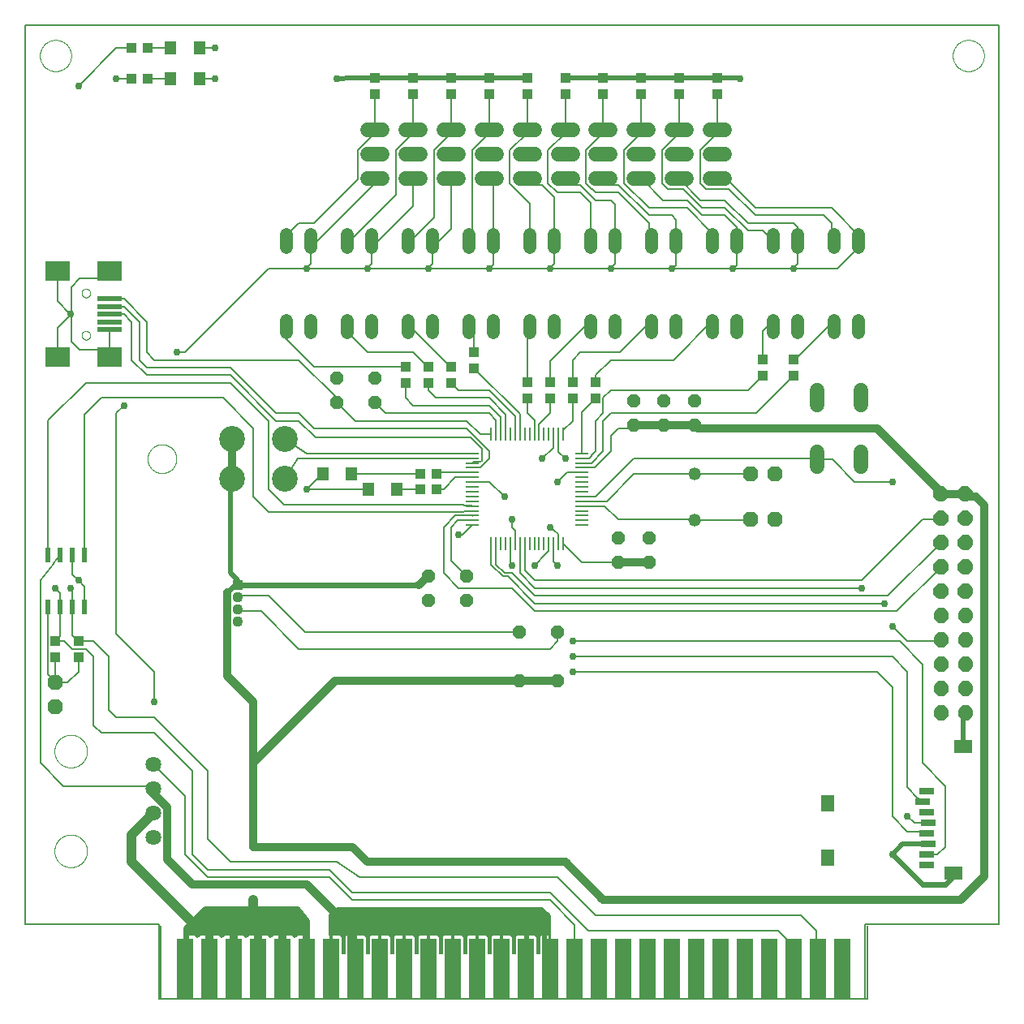
<source format=gtl>
G75*
%MOIN*%
%OFA0B0*%
%FSLAX25Y25*%
%IPPOS*%
%LPD*%
%AMOC8*
5,1,8,0,0,1.08239X$1,22.5*
%
%ADD10C,0.00600*%
%ADD11C,0.00000*%
%ADD12C,0.06450*%
%ADD13R,0.04724X0.05512*%
%ADD14R,0.04331X0.03937*%
%ADD15C,0.00500*%
%ADD16R,0.06500X0.25000*%
%ADD17R,0.02362X0.06102*%
%ADD18OC8,0.06300*%
%ADD19R,0.03937X0.04331*%
%ADD20R,0.05800X0.01100*%
%ADD21R,0.01100X0.05800*%
%ADD22OC8,0.05200*%
%ADD23C,0.06000*%
%ADD24R,0.04362X0.04362*%
%ADD25C,0.04362*%
%ADD26C,0.01200*%
%ADD27C,0.10630*%
%ADD28R,0.09843X0.01969*%
%ADD29R,0.09843X0.07874*%
%ADD30R,0.05512X0.07087*%
%ADD31R,0.07480X0.05512*%
%ADD32R,0.05906X0.03150*%
%ADD33C,0.05200*%
%ADD34C,0.05200*%
%ADD35C,0.02978*%
%ADD36C,0.02000*%
%ADD37C,0.02400*%
%ADD38C,0.04000*%
%ADD39C,0.03200*%
D10*
X0021728Y0064642D02*
X0076846Y0064642D01*
X0076846Y0033933D01*
X0366610Y0033933D01*
X0366610Y0064642D01*
X0421728Y0064642D01*
X0421728Y0433933D01*
X0021728Y0433933D01*
X0021728Y0064642D01*
X0071525Y0120183D02*
X0074478Y0120183D01*
X0074478Y0118714D02*
X0071759Y0121433D01*
X0037353Y0121433D01*
X0027978Y0130808D01*
X0027978Y0205808D01*
X0033303Y0212608D01*
X0033470Y0212776D01*
X0033470Y0212822D01*
X0036182Y0216285D01*
X0031182Y0216285D02*
X0031182Y0271512D01*
X0046728Y0287058D01*
X0106103Y0287058D01*
X0121728Y0271433D01*
X0121728Y0243308D01*
X0127978Y0237058D01*
X0201813Y0237058D01*
X0202120Y0236751D01*
X0205135Y0236751D01*
X0205478Y0236408D01*
X0205478Y0234408D02*
X0205235Y0234165D01*
X0202120Y0234165D01*
X0201888Y0233933D01*
X0121728Y0233933D01*
X0115478Y0240183D01*
X0115478Y0268308D01*
X0102978Y0280808D01*
X0052978Y0280808D01*
X0046182Y0274012D01*
X0046182Y0216325D01*
X0041221Y0216285D02*
X0041221Y0208190D01*
X0043603Y0205808D01*
X0046182Y0203229D01*
X0046182Y0195065D01*
X0041221Y0195065D02*
X0041221Y0201940D01*
X0040478Y0202683D01*
X0036182Y0200729D02*
X0036182Y0195065D01*
X0036182Y0197604D01*
X0036182Y0195065D02*
X0036182Y0182983D01*
X0034228Y0181030D01*
X0037904Y0181030D01*
X0041176Y0177757D01*
X0046654Y0177757D01*
X0049853Y0174558D01*
X0049853Y0146433D01*
X0052978Y0143308D01*
X0074853Y0143308D01*
X0090478Y0127683D01*
X0090478Y0093308D01*
X0096728Y0087058D01*
X0146728Y0087058D01*
X0156103Y0077683D01*
X0237353Y0077683D01*
X0252978Y0062058D01*
X0331103Y0062058D01*
X0337478Y0055683D01*
X0337478Y0046433D01*
X0346728Y0049558D02*
X0347478Y0048808D01*
X0347478Y0046433D01*
X0346728Y0049558D02*
X0346728Y0062058D01*
X0340478Y0068308D01*
X0256103Y0068308D01*
X0240478Y0083933D01*
X0159228Y0083933D01*
X0149853Y0090183D01*
X0106103Y0090183D01*
X0096728Y0099558D01*
X0096728Y0127683D01*
X0074853Y0149558D01*
X0059228Y0149558D01*
X0056103Y0152683D01*
X0056103Y0174558D01*
X0049632Y0181030D01*
X0043603Y0181030D01*
X0041221Y0183411D01*
X0041221Y0195065D01*
X0036182Y0200729D02*
X0034228Y0202683D01*
X0031182Y0195065D02*
X0031182Y0183683D01*
X0031153Y0183653D01*
X0031153Y0167286D01*
X0034228Y0164210D01*
X0034228Y0163933D01*
X0039228Y0163933D01*
X0043603Y0168308D01*
X0043603Y0174337D01*
X0034228Y0174337D02*
X0034228Y0164210D01*
X0059228Y0183933D02*
X0059228Y0274558D01*
X0062353Y0277683D01*
X0071728Y0290183D02*
X0065478Y0296433D01*
X0065478Y0312058D01*
X0062353Y0315183D01*
X0056571Y0315183D01*
X0056571Y0318333D02*
X0062329Y0318333D01*
X0068603Y0312058D01*
X0068603Y0296433D01*
X0071728Y0293308D01*
X0106103Y0293308D01*
X0124853Y0274558D01*
X0134228Y0274558D01*
X0140478Y0268308D01*
X0202978Y0268308D01*
X0212353Y0258933D01*
X0212353Y0255808D01*
X0208753Y0252208D01*
X0205478Y0252208D01*
X0205478Y0254108D02*
X0205821Y0254451D01*
X0208837Y0254451D01*
X0209485Y0255100D01*
X0209485Y0259811D01*
X0204696Y0264600D01*
X0141061Y0264600D01*
X0134228Y0271433D01*
X0124853Y0271433D01*
X0106103Y0290183D01*
X0071728Y0290183D01*
X0074853Y0296433D02*
X0134228Y0296433D01*
X0149853Y0280808D01*
X0149853Y0278933D01*
X0157353Y0271433D01*
X0202978Y0271433D01*
X0208603Y0265808D01*
X0213178Y0265808D01*
X0215178Y0265808D02*
X0215178Y0271733D01*
X0212353Y0274558D01*
X0169853Y0274558D01*
X0165478Y0278933D01*
X0177978Y0280808D02*
X0177978Y0286837D01*
X0177978Y0280808D02*
X0181103Y0277683D01*
X0212353Y0277683D01*
X0217178Y0272858D01*
X0217178Y0265808D01*
X0219078Y0265808D02*
X0219078Y0274083D01*
X0212353Y0280808D01*
X0190478Y0280808D01*
X0187353Y0283933D01*
X0187353Y0286837D01*
X0187353Y0293530D02*
X0187132Y0293530D01*
X0181103Y0299558D01*
X0162353Y0299558D01*
X0156103Y0305808D01*
X0156103Y0310808D01*
X0154228Y0312683D01*
X0140257Y0293530D02*
X0127978Y0305808D01*
X0127978Y0311433D01*
X0129228Y0312683D01*
X0140257Y0293530D02*
X0177978Y0293530D01*
X0181103Y0308933D02*
X0196507Y0293530D01*
X0196728Y0293530D01*
X0196728Y0286837D02*
X0196950Y0286837D01*
X0199853Y0283933D01*
X0212353Y0283933D01*
X0223078Y0273208D01*
X0223078Y0265808D01*
X0224978Y0265808D02*
X0224978Y0274212D01*
X0206103Y0293087D01*
X0206103Y0299780D02*
X0206103Y0310808D01*
X0204228Y0312683D01*
X0212353Y0333933D02*
X0187353Y0333933D01*
X0189228Y0335808D01*
X0189228Y0342683D01*
X0196728Y0350183D01*
X0196728Y0370808D01*
X0196728Y0372000D01*
X0189621Y0382509D02*
X0189621Y0354951D01*
X0181103Y0346433D01*
X0181103Y0344558D01*
X0179228Y0342683D01*
X0187353Y0333933D02*
X0162353Y0333933D01*
X0164228Y0335808D01*
X0164228Y0342683D01*
X0181103Y0359558D01*
X0181103Y0370808D01*
X0181103Y0372000D01*
X0173996Y0364326D02*
X0156103Y0346433D01*
X0156103Y0344558D01*
X0154228Y0342683D01*
X0162353Y0333933D02*
X0137353Y0333933D01*
X0139228Y0335808D01*
X0139228Y0342683D01*
X0165478Y0368933D01*
X0165478Y0370808D01*
X0165478Y0371433D01*
X0173996Y0364326D02*
X0173996Y0382509D01*
X0181103Y0389616D01*
X0181103Y0390808D01*
X0181103Y0405587D01*
X0165478Y0405587D02*
X0165478Y0390808D01*
X0165478Y0389616D01*
X0158371Y0382509D01*
X0158371Y0370576D01*
X0140478Y0352683D01*
X0134228Y0352683D01*
X0131103Y0349558D01*
X0131103Y0344558D01*
X0129228Y0342683D01*
X0121728Y0333933D02*
X0137353Y0333933D01*
X0121728Y0333933D02*
X0087353Y0299558D01*
X0084228Y0299558D01*
X0074853Y0296433D02*
X0071728Y0299558D01*
X0071728Y0312058D01*
X0062304Y0321482D01*
X0056571Y0321482D01*
X0053587Y0329916D02*
X0044213Y0329916D01*
X0040657Y0326359D01*
X0040657Y0315834D01*
X0040242Y0315420D01*
X0034917Y0320744D01*
X0034917Y0332900D01*
X0040242Y0315420D02*
X0040478Y0315183D01*
X0040039Y0314744D01*
X0040657Y0314126D01*
X0040657Y0304007D01*
X0044213Y0300450D01*
X0053587Y0300450D01*
X0056571Y0297467D01*
X0056571Y0308884D01*
X0040039Y0314744D02*
X0034917Y0309622D01*
X0034917Y0297467D01*
X0053587Y0329916D02*
X0056571Y0332900D01*
X0128372Y0264076D02*
X0137465Y0258108D01*
X0205478Y0258108D01*
X0205478Y0256108D02*
X0133815Y0256108D01*
X0128372Y0247540D01*
X0137353Y0243308D02*
X0162698Y0243308D01*
X0155759Y0249558D02*
X0184007Y0249558D01*
X0184007Y0243308D02*
X0174509Y0243308D01*
X0190700Y0243308D02*
X0193603Y0243308D01*
X0198503Y0248208D01*
X0205478Y0248208D01*
X0205478Y0246308D02*
X0212478Y0246308D01*
X0218603Y0240183D01*
X0221728Y0230808D02*
X0221728Y0227683D01*
X0223078Y0226333D01*
X0223078Y0220808D01*
X0224978Y0220808D02*
X0224978Y0208808D01*
X0231103Y0202683D01*
X0365478Y0202683D01*
X0365478Y0205808D02*
X0390478Y0230808D01*
X0397301Y0230808D01*
X0397917Y0231424D01*
X0397935Y0221424D02*
X0376068Y0199558D01*
X0231103Y0199558D01*
X0221728Y0208933D01*
X0218603Y0208933D01*
X0215178Y0212358D01*
X0215178Y0220808D01*
X0213178Y0220808D02*
X0213178Y0212368D01*
X0218020Y0207526D01*
X0220010Y0207526D01*
X0231103Y0196433D01*
X0374853Y0196433D01*
X0379836Y0193308D02*
X0231103Y0193308D01*
X0221728Y0202683D01*
X0199853Y0202683D01*
X0193603Y0208933D01*
X0193603Y0227683D01*
X0198428Y0232508D01*
X0205478Y0232508D01*
X0205821Y0232165D01*
X0205478Y0230508D02*
X0199553Y0230508D01*
X0196728Y0227683D01*
X0196728Y0215183D01*
X0196728Y0213933D01*
X0202978Y0207683D01*
X0201528Y0224558D02*
X0205478Y0228508D01*
X0201528Y0224558D02*
X0199853Y0224558D01*
X0221078Y0220808D02*
X0221078Y0212708D01*
X0221728Y0212058D01*
X0226978Y0209933D02*
X0231103Y0205808D01*
X0365478Y0205808D01*
X0379836Y0193308D02*
X0397952Y0211424D01*
X0377978Y0187058D02*
X0384228Y0180808D01*
X0397388Y0180808D01*
X0398005Y0181424D01*
X0390478Y0171433D02*
X0381103Y0180808D01*
X0246728Y0180808D01*
X0240478Y0180808D02*
X0240478Y0184558D01*
X0240478Y0180808D02*
X0237353Y0177683D01*
X0134228Y0177683D01*
X0118603Y0193308D01*
X0109893Y0193308D01*
X0109228Y0193972D01*
X0109228Y0198894D02*
X0109893Y0199558D01*
X0121728Y0199558D01*
X0136728Y0184558D01*
X0224853Y0184558D01*
X0246728Y0174558D02*
X0377978Y0174558D01*
X0384228Y0168308D01*
X0384228Y0120788D01*
X0388568Y0116448D01*
X0388756Y0116448D01*
X0390405Y0114799D01*
X0384228Y0108933D02*
X0387024Y0106138D01*
X0392767Y0106138D01*
X0391103Y0102683D02*
X0391979Y0101807D01*
X0391103Y0102683D02*
X0384228Y0102683D01*
X0377978Y0108933D01*
X0377978Y0162058D01*
X0371728Y0168308D01*
X0246728Y0168308D01*
X0240478Y0212058D02*
X0238778Y0213758D01*
X0238778Y0220808D01*
X0236878Y0220808D02*
X0236878Y0217792D01*
X0235887Y0216801D01*
X0235846Y0216801D01*
X0231103Y0212058D01*
X0226978Y0209933D02*
X0226978Y0220808D01*
X0237353Y0227683D02*
X0240778Y0224858D01*
X0240778Y0220808D01*
X0242778Y0220808D02*
X0250278Y0213308D01*
X0265478Y0213308D01*
X0265478Y0230808D02*
X0296906Y0230808D01*
X0297031Y0230683D01*
X0319728Y0230683D01*
X0319853Y0230808D01*
X0319853Y0249558D02*
X0319728Y0249683D01*
X0296728Y0249683D01*
X0296603Y0249558D01*
X0271728Y0249558D01*
X0260578Y0238408D01*
X0250478Y0238408D01*
X0250478Y0240308D02*
X0256228Y0240308D01*
X0271728Y0255808D01*
X0346903Y0255808D01*
X0347203Y0255508D01*
X0353278Y0255508D01*
X0362353Y0246433D01*
X0377978Y0246433D01*
X0347203Y0255508D02*
X0347203Y0256283D01*
X0321950Y0274558D02*
X0337353Y0289962D01*
X0337353Y0296655D02*
X0338200Y0296655D01*
X0354228Y0312683D01*
X0355478Y0333933D02*
X0337353Y0333933D01*
X0339228Y0335808D01*
X0339228Y0342683D01*
X0339228Y0350808D01*
X0337353Y0352683D01*
X0318603Y0352683D01*
X0309228Y0362058D01*
X0299228Y0362058D01*
X0290478Y0370808D01*
X0290478Y0372000D01*
X0292085Y0366701D02*
X0285777Y0366701D01*
X0283371Y0369107D01*
X0283371Y0382509D01*
X0290478Y0389616D01*
X0290478Y0390808D01*
X0290478Y0405587D01*
X0306103Y0405587D02*
X0306103Y0390808D01*
X0306103Y0389616D01*
X0298996Y0382509D01*
X0298996Y0369107D01*
X0301402Y0366701D01*
X0310835Y0366701D01*
X0321728Y0355808D01*
X0349853Y0355808D01*
X0352978Y0352683D01*
X0352978Y0343933D01*
X0354228Y0342683D01*
X0355478Y0333933D02*
X0364228Y0342683D01*
X0365478Y0343933D01*
X0365478Y0346433D01*
X0352978Y0358933D01*
X0321728Y0358933D01*
X0309853Y0370808D01*
X0306103Y0370808D01*
X0306103Y0371433D01*
X0309228Y0358933D02*
X0299853Y0358933D01*
X0292085Y0366701D01*
X0293603Y0362058D02*
X0283839Y0362058D01*
X0275089Y0370808D01*
X0274853Y0370808D01*
X0274853Y0372000D01*
X0275089Y0370808D02*
X0275478Y0370808D01*
X0267746Y0369107D02*
X0277920Y0358933D01*
X0293603Y0358933D01*
X0304228Y0348308D01*
X0304228Y0342683D01*
X0314228Y0342683D02*
X0314228Y0350808D01*
X0309228Y0355808D01*
X0299853Y0355808D01*
X0293603Y0362058D01*
X0287353Y0355808D02*
X0277978Y0355808D01*
X0265478Y0368308D01*
X0261728Y0368308D01*
X0259228Y0370808D01*
X0259228Y0372000D01*
X0254585Y0366701D02*
X0256103Y0365183D01*
X0265478Y0365183D01*
X0277978Y0352683D01*
X0277978Y0343933D01*
X0279228Y0342683D01*
X0287353Y0333933D02*
X0287730Y0333933D01*
X0289228Y0335431D01*
X0289228Y0342683D01*
X0289228Y0353933D01*
X0287353Y0355808D01*
X0289228Y0347683D02*
X0289228Y0342683D01*
X0287730Y0333933D02*
X0312353Y0333933D01*
X0312721Y0333933D01*
X0314228Y0335440D01*
X0314228Y0342683D01*
X0312721Y0333933D02*
X0337353Y0333933D01*
X0339228Y0342683D02*
X0339228Y0344558D01*
X0329228Y0342683D02*
X0327978Y0343933D01*
X0327978Y0346433D01*
X0324853Y0349558D01*
X0318603Y0349558D01*
X0309228Y0358933D01*
X0287353Y0333933D02*
X0262353Y0333933D01*
X0262096Y0333933D01*
X0264228Y0336066D01*
X0264228Y0342683D01*
X0264228Y0360183D01*
X0262353Y0362058D01*
X0256103Y0362058D01*
X0249853Y0368308D01*
X0246103Y0368308D01*
X0243603Y0370808D01*
X0243603Y0372000D01*
X0252121Y0369107D02*
X0252121Y0382509D01*
X0259228Y0389616D01*
X0259228Y0390808D01*
X0259228Y0405587D01*
X0243603Y0405587D02*
X0243603Y0390119D01*
X0243603Y0389616D01*
X0236496Y0382509D01*
X0236496Y0369107D01*
X0240420Y0365183D01*
X0249853Y0365183D01*
X0254228Y0360808D01*
X0254228Y0342683D01*
X0264228Y0342683D02*
X0264228Y0350183D01*
X0262096Y0333933D02*
X0237353Y0333933D01*
X0237164Y0333933D01*
X0239228Y0335998D01*
X0239228Y0342683D01*
X0239228Y0363308D01*
X0234228Y0368308D01*
X0230478Y0368308D01*
X0227978Y0370808D01*
X0227978Y0372000D01*
X0220871Y0369107D02*
X0220871Y0382509D01*
X0227978Y0389616D01*
X0227978Y0390808D01*
X0227978Y0405587D01*
X0212353Y0405587D02*
X0212353Y0390808D01*
X0212353Y0389616D01*
X0205246Y0382509D01*
X0205246Y0343701D01*
X0204228Y0342683D01*
X0214228Y0342683D02*
X0214228Y0335462D01*
X0212700Y0333933D01*
X0237164Y0333933D01*
X0229228Y0342683D02*
X0229228Y0360750D01*
X0220871Y0369107D01*
X0214228Y0368933D02*
X0214160Y0369002D01*
X0212353Y0370808D01*
X0212353Y0372000D01*
X0214228Y0368933D02*
X0214228Y0342683D01*
X0212700Y0333933D02*
X0212353Y0333933D01*
X0229228Y0312683D02*
X0227978Y0311433D01*
X0227978Y0287280D01*
X0227978Y0280587D02*
X0227978Y0274558D01*
X0230978Y0271558D01*
X0230978Y0265808D01*
X0232878Y0265808D02*
X0232878Y0270083D01*
X0237353Y0274558D01*
X0237353Y0280587D01*
X0237353Y0287280D02*
X0237353Y0295808D01*
X0254228Y0312683D01*
X0249853Y0299558D02*
X0266103Y0299558D01*
X0279228Y0312683D01*
X0287978Y0296433D02*
X0262353Y0296433D01*
X0256103Y0290183D01*
X0256103Y0287280D01*
X0256103Y0280587D02*
X0250478Y0274962D01*
X0250478Y0258108D01*
X0250478Y0256108D02*
X0253494Y0256108D01*
X0253811Y0256451D01*
X0253837Y0256451D01*
X0254485Y0257100D01*
X0254485Y0257181D01*
X0256103Y0258933D01*
X0256103Y0271433D01*
X0259228Y0274558D01*
X0259228Y0280808D01*
X0262353Y0283933D01*
X0318825Y0283933D01*
X0324853Y0289962D01*
X0324853Y0296655D02*
X0324853Y0308308D01*
X0329228Y0312683D01*
X0304228Y0312683D02*
X0287978Y0296433D01*
X0262353Y0274558D02*
X0321950Y0274558D01*
X0297031Y0230683D02*
X0296728Y0230683D01*
X0265478Y0230808D02*
X0259878Y0236408D01*
X0250478Y0236408D01*
X0250478Y0250208D02*
X0244253Y0250208D01*
X0240478Y0246433D01*
X0243603Y0255808D02*
X0240778Y0258633D01*
X0240778Y0265808D01*
X0238778Y0265808D02*
X0238778Y0260358D01*
X0234228Y0255808D01*
X0242778Y0265808D02*
X0242778Y0267483D01*
X0246728Y0271433D01*
X0246728Y0280587D01*
X0246728Y0287280D02*
X0246728Y0296433D01*
X0249853Y0299558D01*
X0262353Y0274558D02*
X0259228Y0271433D01*
X0259228Y0258933D01*
X0254403Y0254108D01*
X0250478Y0254108D01*
X0250478Y0252208D02*
X0255628Y0252208D01*
X0262353Y0258933D01*
X0262353Y0265183D01*
X0265478Y0268308D01*
X0270478Y0268308D01*
X0271728Y0269558D01*
X0254485Y0257100D02*
X0253494Y0256108D01*
X0205478Y0250208D02*
X0191350Y0250208D01*
X0190700Y0249558D01*
X0143948Y0249558D02*
X0143603Y0249558D01*
X0137353Y0243308D01*
X0181103Y0308933D02*
X0181103Y0310808D01*
X0179228Y0312683D01*
X0189621Y0382509D02*
X0196728Y0389616D01*
X0196728Y0390808D01*
X0196728Y0405587D01*
X0243603Y0390808D02*
X0243603Y0390119D01*
X0252121Y0369107D02*
X0254527Y0366701D01*
X0254585Y0366701D01*
X0267746Y0369107D02*
X0267746Y0382509D01*
X0274192Y0388955D01*
X0274853Y0389616D01*
X0274853Y0405587D01*
X0274853Y0390808D02*
X0274853Y0389616D01*
X0274192Y0388955D01*
X0303603Y0390808D02*
X0306103Y0390808D01*
X0099853Y0412058D02*
X0093259Y0412058D01*
X0093259Y0424558D02*
X0099853Y0424558D01*
X0081448Y0424558D02*
X0071950Y0424558D01*
X0065257Y0424558D02*
X0059228Y0424558D01*
X0043603Y0408933D01*
X0059228Y0412058D02*
X0065257Y0412058D01*
X0071950Y0412058D02*
X0081448Y0412058D01*
X0059228Y0183933D02*
X0074853Y0168308D01*
X0074853Y0155808D01*
X0074478Y0130183D02*
X0087353Y0117308D01*
X0087353Y0093308D01*
X0096728Y0083933D01*
X0146728Y0083933D01*
X0156103Y0074558D01*
X0237353Y0074558D01*
X0247478Y0064433D01*
X0247478Y0046433D01*
X0237353Y0052683D02*
X0237178Y0052683D01*
X0237178Y0060233D01*
X0234057Y0060233D01*
X0233727Y0060144D01*
X0233430Y0059973D01*
X0233188Y0059731D01*
X0233017Y0059435D01*
X0232928Y0059104D01*
X0232928Y0052683D01*
X0232028Y0052683D01*
X0232028Y0059104D01*
X0231940Y0059435D01*
X0231769Y0059731D01*
X0231527Y0059973D01*
X0231230Y0060144D01*
X0230899Y0060233D01*
X0227778Y0060233D01*
X0227778Y0052683D01*
X0227178Y0052683D01*
X0227178Y0060233D01*
X0224057Y0060233D01*
X0223727Y0060144D01*
X0223430Y0059973D01*
X0223188Y0059731D01*
X0223017Y0059435D01*
X0222928Y0059104D01*
X0222928Y0052683D01*
X0222028Y0052683D01*
X0222028Y0059104D01*
X0221940Y0059435D01*
X0221769Y0059731D01*
X0221527Y0059973D01*
X0221230Y0060144D01*
X0220899Y0060233D01*
X0217778Y0060233D01*
X0217778Y0052683D01*
X0217178Y0052683D01*
X0217178Y0060233D01*
X0214057Y0060233D01*
X0213727Y0060144D01*
X0213430Y0059973D01*
X0213188Y0059731D01*
X0213017Y0059435D01*
X0212928Y0059104D01*
X0212928Y0052683D01*
X0212028Y0052683D01*
X0212028Y0059104D01*
X0211940Y0059435D01*
X0211769Y0059731D01*
X0211527Y0059973D01*
X0211230Y0060144D01*
X0210899Y0060233D01*
X0207778Y0060233D01*
X0207778Y0052683D01*
X0207178Y0052683D01*
X0207178Y0060233D01*
X0204057Y0060233D01*
X0203727Y0060144D01*
X0203430Y0059973D01*
X0203188Y0059731D01*
X0203017Y0059435D01*
X0202928Y0059104D01*
X0202928Y0052683D01*
X0202028Y0052683D01*
X0202028Y0059104D01*
X0201940Y0059435D01*
X0201769Y0059731D01*
X0201527Y0059973D01*
X0201230Y0060144D01*
X0200899Y0060233D01*
X0197778Y0060233D01*
X0197778Y0052683D01*
X0197178Y0052683D01*
X0197178Y0060233D01*
X0194057Y0060233D01*
X0193727Y0060144D01*
X0193430Y0059973D01*
X0193188Y0059731D01*
X0193017Y0059435D01*
X0192928Y0059104D01*
X0192928Y0052683D01*
X0192028Y0052683D01*
X0192028Y0059104D01*
X0191940Y0059435D01*
X0191769Y0059731D01*
X0191527Y0059973D01*
X0191230Y0060144D01*
X0190899Y0060233D01*
X0187778Y0060233D01*
X0187778Y0052683D01*
X0187178Y0052683D01*
X0187178Y0060233D01*
X0184057Y0060233D01*
X0183727Y0060144D01*
X0183430Y0059973D01*
X0183188Y0059731D01*
X0183017Y0059435D01*
X0182928Y0059104D01*
X0182928Y0052683D01*
X0182028Y0052683D01*
X0182028Y0059104D01*
X0181940Y0059435D01*
X0181769Y0059731D01*
X0181527Y0059973D01*
X0181230Y0060144D01*
X0180899Y0060233D01*
X0177778Y0060233D01*
X0177778Y0052683D01*
X0177178Y0052683D01*
X0177178Y0060233D01*
X0174057Y0060233D01*
X0173727Y0060144D01*
X0173430Y0059973D01*
X0173188Y0059731D01*
X0173017Y0059435D01*
X0172928Y0059104D01*
X0172928Y0052683D01*
X0172028Y0052683D01*
X0172028Y0059104D01*
X0171940Y0059435D01*
X0171769Y0059731D01*
X0171527Y0059973D01*
X0171230Y0060144D01*
X0170899Y0060233D01*
X0167778Y0060233D01*
X0167778Y0052683D01*
X0167178Y0052683D01*
X0167178Y0060233D01*
X0164057Y0060233D01*
X0163727Y0060144D01*
X0163430Y0059973D01*
X0163188Y0059731D01*
X0163017Y0059435D01*
X0162928Y0059104D01*
X0162928Y0052683D01*
X0162028Y0052683D01*
X0162028Y0059104D01*
X0161940Y0059435D01*
X0161769Y0059731D01*
X0161527Y0059973D01*
X0161230Y0060144D01*
X0160899Y0060233D01*
X0157778Y0060233D01*
X0157778Y0052683D01*
X0157178Y0052683D01*
X0157178Y0060233D01*
X0154057Y0060233D01*
X0153727Y0060144D01*
X0153430Y0059973D01*
X0153188Y0059731D01*
X0153017Y0059435D01*
X0152928Y0059104D01*
X0152928Y0052683D01*
X0152028Y0052683D01*
X0152028Y0059104D01*
X0151940Y0059435D01*
X0151769Y0059731D01*
X0151527Y0059973D01*
X0151230Y0060144D01*
X0150899Y0060233D01*
X0147778Y0060233D01*
X0147778Y0052683D01*
X0147178Y0052683D01*
X0147178Y0060233D01*
X0146728Y0060233D01*
X0146728Y0068308D01*
X0149853Y0071433D01*
X0234228Y0071433D01*
X0237353Y0068308D01*
X0237353Y0052683D01*
X0237353Y0053085D02*
X0237178Y0053085D01*
X0237178Y0053684D02*
X0237353Y0053684D01*
X0237353Y0054282D02*
X0237178Y0054282D01*
X0237178Y0054881D02*
X0237353Y0054881D01*
X0237353Y0055479D02*
X0237178Y0055479D01*
X0237178Y0056078D02*
X0237353Y0056078D01*
X0237353Y0056677D02*
X0237178Y0056677D01*
X0237178Y0057275D02*
X0237353Y0057275D01*
X0237353Y0057874D02*
X0237178Y0057874D01*
X0237178Y0058472D02*
X0237353Y0058472D01*
X0237353Y0059071D02*
X0237178Y0059071D01*
X0237178Y0059669D02*
X0237353Y0059669D01*
X0237353Y0060268D02*
X0146728Y0060268D01*
X0146728Y0060866D02*
X0237353Y0060866D01*
X0237353Y0061465D02*
X0146728Y0061465D01*
X0146728Y0062063D02*
X0237353Y0062063D01*
X0237353Y0062662D02*
X0146728Y0062662D01*
X0146728Y0063260D02*
X0237353Y0063260D01*
X0237353Y0063859D02*
X0146728Y0063859D01*
X0146728Y0064457D02*
X0237353Y0064457D01*
X0237353Y0065056D02*
X0146728Y0065056D01*
X0146728Y0065654D02*
X0237353Y0065654D01*
X0237353Y0066253D02*
X0146728Y0066253D01*
X0146728Y0066851D02*
X0237353Y0066851D01*
X0237353Y0067450D02*
X0146728Y0067450D01*
X0146728Y0068048D02*
X0237353Y0068048D01*
X0237015Y0068647D02*
X0147067Y0068647D01*
X0147666Y0069245D02*
X0236416Y0069245D01*
X0235818Y0069844D02*
X0148264Y0069844D01*
X0148863Y0070442D02*
X0235219Y0070442D01*
X0234621Y0071041D02*
X0149461Y0071041D01*
X0147778Y0059669D02*
X0147178Y0059669D01*
X0147178Y0059071D02*
X0147778Y0059071D01*
X0147778Y0058472D02*
X0147178Y0058472D01*
X0147178Y0057874D02*
X0147778Y0057874D01*
X0147778Y0057275D02*
X0147178Y0057275D01*
X0147178Y0056677D02*
X0147778Y0056677D01*
X0147778Y0056078D02*
X0147178Y0056078D01*
X0147178Y0055479D02*
X0147778Y0055479D01*
X0147778Y0054881D02*
X0147178Y0054881D01*
X0147178Y0054282D02*
X0147778Y0054282D01*
X0147778Y0053684D02*
X0147178Y0053684D01*
X0147178Y0053085D02*
X0147778Y0053085D01*
X0152028Y0053085D02*
X0152928Y0053085D01*
X0152928Y0053684D02*
X0152028Y0053684D01*
X0152028Y0054282D02*
X0152928Y0054282D01*
X0152928Y0054881D02*
X0152028Y0054881D01*
X0152028Y0055479D02*
X0152928Y0055479D01*
X0152928Y0056078D02*
X0152028Y0056078D01*
X0152028Y0056677D02*
X0152928Y0056677D01*
X0152928Y0057275D02*
X0152028Y0057275D01*
X0152028Y0057874D02*
X0152928Y0057874D01*
X0152928Y0058472D02*
X0152028Y0058472D01*
X0152028Y0059071D02*
X0152928Y0059071D01*
X0153152Y0059669D02*
X0151805Y0059669D01*
X0157178Y0059669D02*
X0157778Y0059669D01*
X0157778Y0059071D02*
X0157178Y0059071D01*
X0157178Y0058472D02*
X0157778Y0058472D01*
X0157778Y0057874D02*
X0157178Y0057874D01*
X0157178Y0057275D02*
X0157778Y0057275D01*
X0157778Y0056677D02*
X0157178Y0056677D01*
X0157178Y0056078D02*
X0157778Y0056078D01*
X0157778Y0055479D02*
X0157178Y0055479D01*
X0157178Y0054881D02*
X0157778Y0054881D01*
X0157778Y0054282D02*
X0157178Y0054282D01*
X0157178Y0053684D02*
X0157778Y0053684D01*
X0157778Y0053085D02*
X0157178Y0053085D01*
X0162028Y0053085D02*
X0162928Y0053085D01*
X0162928Y0053684D02*
X0162028Y0053684D01*
X0162028Y0054282D02*
X0162928Y0054282D01*
X0162928Y0054881D02*
X0162028Y0054881D01*
X0162028Y0055479D02*
X0162928Y0055479D01*
X0162928Y0056078D02*
X0162028Y0056078D01*
X0162028Y0056677D02*
X0162928Y0056677D01*
X0162928Y0057275D02*
X0162028Y0057275D01*
X0162028Y0057874D02*
X0162928Y0057874D01*
X0162928Y0058472D02*
X0162028Y0058472D01*
X0162028Y0059071D02*
X0162928Y0059071D01*
X0163152Y0059669D02*
X0161805Y0059669D01*
X0167178Y0059669D02*
X0167778Y0059669D01*
X0167778Y0059071D02*
X0167178Y0059071D01*
X0167178Y0058472D02*
X0167778Y0058472D01*
X0167778Y0057874D02*
X0167178Y0057874D01*
X0167178Y0057275D02*
X0167778Y0057275D01*
X0167778Y0056677D02*
X0167178Y0056677D01*
X0167178Y0056078D02*
X0167778Y0056078D01*
X0167778Y0055479D02*
X0167178Y0055479D01*
X0167178Y0054881D02*
X0167778Y0054881D01*
X0167778Y0054282D02*
X0167178Y0054282D01*
X0167178Y0053684D02*
X0167778Y0053684D01*
X0167778Y0053085D02*
X0167178Y0053085D01*
X0172028Y0053085D02*
X0172928Y0053085D01*
X0172928Y0053684D02*
X0172028Y0053684D01*
X0172028Y0054282D02*
X0172928Y0054282D01*
X0172928Y0054881D02*
X0172028Y0054881D01*
X0172028Y0055479D02*
X0172928Y0055479D01*
X0172928Y0056078D02*
X0172028Y0056078D01*
X0172028Y0056677D02*
X0172928Y0056677D01*
X0172928Y0057275D02*
X0172028Y0057275D01*
X0172028Y0057874D02*
X0172928Y0057874D01*
X0172928Y0058472D02*
X0172028Y0058472D01*
X0172028Y0059071D02*
X0172928Y0059071D01*
X0173152Y0059669D02*
X0171805Y0059669D01*
X0177178Y0059669D02*
X0177778Y0059669D01*
X0177778Y0059071D02*
X0177178Y0059071D01*
X0177178Y0058472D02*
X0177778Y0058472D01*
X0177778Y0057874D02*
X0177178Y0057874D01*
X0177178Y0057275D02*
X0177778Y0057275D01*
X0177778Y0056677D02*
X0177178Y0056677D01*
X0177178Y0056078D02*
X0177778Y0056078D01*
X0177778Y0055479D02*
X0177178Y0055479D01*
X0177178Y0054881D02*
X0177778Y0054881D01*
X0177778Y0054282D02*
X0177178Y0054282D01*
X0177178Y0053684D02*
X0177778Y0053684D01*
X0177778Y0053085D02*
X0177178Y0053085D01*
X0182028Y0053085D02*
X0182928Y0053085D01*
X0182928Y0053684D02*
X0182028Y0053684D01*
X0182028Y0054282D02*
X0182928Y0054282D01*
X0182928Y0054881D02*
X0182028Y0054881D01*
X0182028Y0055479D02*
X0182928Y0055479D01*
X0182928Y0056078D02*
X0182028Y0056078D01*
X0182028Y0056677D02*
X0182928Y0056677D01*
X0182928Y0057275D02*
X0182028Y0057275D01*
X0182028Y0057874D02*
X0182928Y0057874D01*
X0182928Y0058472D02*
X0182028Y0058472D01*
X0182028Y0059071D02*
X0182928Y0059071D01*
X0183152Y0059669D02*
X0181805Y0059669D01*
X0187178Y0059669D02*
X0187778Y0059669D01*
X0187778Y0059071D02*
X0187178Y0059071D01*
X0187178Y0058472D02*
X0187778Y0058472D01*
X0187778Y0057874D02*
X0187178Y0057874D01*
X0187178Y0057275D02*
X0187778Y0057275D01*
X0187778Y0056677D02*
X0187178Y0056677D01*
X0187178Y0056078D02*
X0187778Y0056078D01*
X0187778Y0055479D02*
X0187178Y0055479D01*
X0187178Y0054881D02*
X0187778Y0054881D01*
X0187778Y0054282D02*
X0187178Y0054282D01*
X0187178Y0053684D02*
X0187778Y0053684D01*
X0187778Y0053085D02*
X0187178Y0053085D01*
X0192028Y0053085D02*
X0192928Y0053085D01*
X0192928Y0053684D02*
X0192028Y0053684D01*
X0192028Y0054282D02*
X0192928Y0054282D01*
X0192928Y0054881D02*
X0192028Y0054881D01*
X0192028Y0055479D02*
X0192928Y0055479D01*
X0192928Y0056078D02*
X0192028Y0056078D01*
X0192028Y0056677D02*
X0192928Y0056677D01*
X0192928Y0057275D02*
X0192028Y0057275D01*
X0192028Y0057874D02*
X0192928Y0057874D01*
X0192928Y0058472D02*
X0192028Y0058472D01*
X0192028Y0059071D02*
X0192928Y0059071D01*
X0193152Y0059669D02*
X0191805Y0059669D01*
X0197178Y0059669D02*
X0197778Y0059669D01*
X0197778Y0059071D02*
X0197178Y0059071D01*
X0197178Y0058472D02*
X0197778Y0058472D01*
X0197778Y0057874D02*
X0197178Y0057874D01*
X0197178Y0057275D02*
X0197778Y0057275D01*
X0197778Y0056677D02*
X0197178Y0056677D01*
X0197178Y0056078D02*
X0197778Y0056078D01*
X0197778Y0055479D02*
X0197178Y0055479D01*
X0197178Y0054881D02*
X0197778Y0054881D01*
X0197778Y0054282D02*
X0197178Y0054282D01*
X0197178Y0053684D02*
X0197778Y0053684D01*
X0197778Y0053085D02*
X0197178Y0053085D01*
X0202028Y0053085D02*
X0202928Y0053085D01*
X0202928Y0053684D02*
X0202028Y0053684D01*
X0202028Y0054282D02*
X0202928Y0054282D01*
X0202928Y0054881D02*
X0202028Y0054881D01*
X0202028Y0055479D02*
X0202928Y0055479D01*
X0202928Y0056078D02*
X0202028Y0056078D01*
X0202028Y0056677D02*
X0202928Y0056677D01*
X0202928Y0057275D02*
X0202028Y0057275D01*
X0202028Y0057874D02*
X0202928Y0057874D01*
X0202928Y0058472D02*
X0202028Y0058472D01*
X0202028Y0059071D02*
X0202928Y0059071D01*
X0203152Y0059669D02*
X0201805Y0059669D01*
X0207178Y0059669D02*
X0207778Y0059669D01*
X0207778Y0059071D02*
X0207178Y0059071D01*
X0207178Y0058472D02*
X0207778Y0058472D01*
X0207778Y0057874D02*
X0207178Y0057874D01*
X0207178Y0057275D02*
X0207778Y0057275D01*
X0207778Y0056677D02*
X0207178Y0056677D01*
X0207178Y0056078D02*
X0207778Y0056078D01*
X0207778Y0055479D02*
X0207178Y0055479D01*
X0207178Y0054881D02*
X0207778Y0054881D01*
X0207778Y0054282D02*
X0207178Y0054282D01*
X0207178Y0053684D02*
X0207778Y0053684D01*
X0207778Y0053085D02*
X0207178Y0053085D01*
X0212028Y0053085D02*
X0212928Y0053085D01*
X0212928Y0053684D02*
X0212028Y0053684D01*
X0212028Y0054282D02*
X0212928Y0054282D01*
X0212928Y0054881D02*
X0212028Y0054881D01*
X0212028Y0055479D02*
X0212928Y0055479D01*
X0212928Y0056078D02*
X0212028Y0056078D01*
X0212028Y0056677D02*
X0212928Y0056677D01*
X0212928Y0057275D02*
X0212028Y0057275D01*
X0212028Y0057874D02*
X0212928Y0057874D01*
X0212928Y0058472D02*
X0212028Y0058472D01*
X0212028Y0059071D02*
X0212928Y0059071D01*
X0213152Y0059669D02*
X0211805Y0059669D01*
X0217178Y0059669D02*
X0217778Y0059669D01*
X0217778Y0059071D02*
X0217178Y0059071D01*
X0217178Y0058472D02*
X0217778Y0058472D01*
X0217778Y0057874D02*
X0217178Y0057874D01*
X0217178Y0057275D02*
X0217778Y0057275D01*
X0217778Y0056677D02*
X0217178Y0056677D01*
X0217178Y0056078D02*
X0217778Y0056078D01*
X0217778Y0055479D02*
X0217178Y0055479D01*
X0217178Y0054881D02*
X0217778Y0054881D01*
X0217778Y0054282D02*
X0217178Y0054282D01*
X0217178Y0053684D02*
X0217778Y0053684D01*
X0217778Y0053085D02*
X0217178Y0053085D01*
X0222028Y0053085D02*
X0222928Y0053085D01*
X0222928Y0053684D02*
X0222028Y0053684D01*
X0222028Y0054282D02*
X0222928Y0054282D01*
X0222928Y0054881D02*
X0222028Y0054881D01*
X0222028Y0055479D02*
X0222928Y0055479D01*
X0222928Y0056078D02*
X0222028Y0056078D01*
X0222028Y0056677D02*
X0222928Y0056677D01*
X0222928Y0057275D02*
X0222028Y0057275D01*
X0222028Y0057874D02*
X0222928Y0057874D01*
X0222928Y0058472D02*
X0222028Y0058472D01*
X0222028Y0059071D02*
X0222928Y0059071D01*
X0223152Y0059669D02*
X0221805Y0059669D01*
X0227178Y0059669D02*
X0227778Y0059669D01*
X0227778Y0059071D02*
X0227178Y0059071D01*
X0227178Y0058472D02*
X0227778Y0058472D01*
X0227778Y0057874D02*
X0227178Y0057874D01*
X0227178Y0057275D02*
X0227778Y0057275D01*
X0227778Y0056677D02*
X0227178Y0056677D01*
X0227178Y0056078D02*
X0227778Y0056078D01*
X0227778Y0055479D02*
X0227178Y0055479D01*
X0227178Y0054881D02*
X0227778Y0054881D01*
X0227778Y0054282D02*
X0227178Y0054282D01*
X0227178Y0053684D02*
X0227778Y0053684D01*
X0227778Y0053085D02*
X0227178Y0053085D01*
X0232028Y0053085D02*
X0232928Y0053085D01*
X0232928Y0053684D02*
X0232028Y0053684D01*
X0232028Y0054282D02*
X0232928Y0054282D01*
X0232928Y0054881D02*
X0232028Y0054881D01*
X0232028Y0055479D02*
X0232928Y0055479D01*
X0232928Y0056078D02*
X0232028Y0056078D01*
X0232028Y0056677D02*
X0232928Y0056677D01*
X0232928Y0057275D02*
X0232028Y0057275D01*
X0232028Y0057874D02*
X0232928Y0057874D01*
X0232928Y0058472D02*
X0232028Y0058472D01*
X0232028Y0059071D02*
X0232928Y0059071D01*
X0233152Y0059669D02*
X0231805Y0059669D01*
X0090478Y0065183D02*
X0087353Y0062058D01*
X0087478Y0046433D01*
X0391979Y0093146D02*
X0396566Y0093146D01*
X0399853Y0096433D01*
X0399853Y0121433D01*
X0390478Y0130808D01*
X0390478Y0171433D01*
D11*
X0402803Y0421433D02*
X0402805Y0421593D01*
X0402811Y0421753D01*
X0402821Y0421913D01*
X0402835Y0422073D01*
X0402853Y0422232D01*
X0402875Y0422391D01*
X0402901Y0422549D01*
X0402930Y0422706D01*
X0402964Y0422863D01*
X0403002Y0423018D01*
X0403043Y0423173D01*
X0403088Y0423327D01*
X0403138Y0423479D01*
X0403190Y0423630D01*
X0403247Y0423780D01*
X0403308Y0423929D01*
X0403372Y0424076D01*
X0403439Y0424221D01*
X0403511Y0424364D01*
X0403585Y0424506D01*
X0403664Y0424646D01*
X0403746Y0424783D01*
X0403831Y0424919D01*
X0403919Y0425052D01*
X0404011Y0425184D01*
X0404106Y0425312D01*
X0404205Y0425439D01*
X0404306Y0425563D01*
X0404411Y0425684D01*
X0404518Y0425803D01*
X0404629Y0425919D01*
X0404742Y0426032D01*
X0404858Y0426143D01*
X0404977Y0426250D01*
X0405098Y0426355D01*
X0405222Y0426456D01*
X0405349Y0426555D01*
X0405477Y0426650D01*
X0405609Y0426742D01*
X0405742Y0426830D01*
X0405878Y0426915D01*
X0406016Y0426997D01*
X0406155Y0427076D01*
X0406297Y0427150D01*
X0406440Y0427222D01*
X0406585Y0427289D01*
X0406732Y0427353D01*
X0406881Y0427414D01*
X0407031Y0427471D01*
X0407182Y0427523D01*
X0407334Y0427573D01*
X0407488Y0427618D01*
X0407643Y0427659D01*
X0407798Y0427697D01*
X0407955Y0427731D01*
X0408112Y0427760D01*
X0408270Y0427786D01*
X0408429Y0427808D01*
X0408588Y0427826D01*
X0408748Y0427840D01*
X0408908Y0427850D01*
X0409068Y0427856D01*
X0409228Y0427858D01*
X0409388Y0427856D01*
X0409548Y0427850D01*
X0409708Y0427840D01*
X0409868Y0427826D01*
X0410027Y0427808D01*
X0410186Y0427786D01*
X0410344Y0427760D01*
X0410501Y0427731D01*
X0410658Y0427697D01*
X0410813Y0427659D01*
X0410968Y0427618D01*
X0411122Y0427573D01*
X0411274Y0427523D01*
X0411425Y0427471D01*
X0411575Y0427414D01*
X0411724Y0427353D01*
X0411871Y0427289D01*
X0412016Y0427222D01*
X0412159Y0427150D01*
X0412301Y0427076D01*
X0412441Y0426997D01*
X0412578Y0426915D01*
X0412714Y0426830D01*
X0412847Y0426742D01*
X0412979Y0426650D01*
X0413107Y0426555D01*
X0413234Y0426456D01*
X0413358Y0426355D01*
X0413479Y0426250D01*
X0413598Y0426143D01*
X0413714Y0426032D01*
X0413827Y0425919D01*
X0413938Y0425803D01*
X0414045Y0425684D01*
X0414150Y0425563D01*
X0414251Y0425439D01*
X0414350Y0425312D01*
X0414445Y0425184D01*
X0414537Y0425052D01*
X0414625Y0424919D01*
X0414710Y0424783D01*
X0414792Y0424645D01*
X0414871Y0424506D01*
X0414945Y0424364D01*
X0415017Y0424221D01*
X0415084Y0424076D01*
X0415148Y0423929D01*
X0415209Y0423780D01*
X0415266Y0423630D01*
X0415318Y0423479D01*
X0415368Y0423327D01*
X0415413Y0423173D01*
X0415454Y0423018D01*
X0415492Y0422863D01*
X0415526Y0422706D01*
X0415555Y0422549D01*
X0415581Y0422391D01*
X0415603Y0422232D01*
X0415621Y0422073D01*
X0415635Y0421913D01*
X0415645Y0421753D01*
X0415651Y0421593D01*
X0415653Y0421433D01*
X0415651Y0421273D01*
X0415645Y0421113D01*
X0415635Y0420953D01*
X0415621Y0420793D01*
X0415603Y0420634D01*
X0415581Y0420475D01*
X0415555Y0420317D01*
X0415526Y0420160D01*
X0415492Y0420003D01*
X0415454Y0419848D01*
X0415413Y0419693D01*
X0415368Y0419539D01*
X0415318Y0419387D01*
X0415266Y0419236D01*
X0415209Y0419086D01*
X0415148Y0418937D01*
X0415084Y0418790D01*
X0415017Y0418645D01*
X0414945Y0418502D01*
X0414871Y0418360D01*
X0414792Y0418220D01*
X0414710Y0418083D01*
X0414625Y0417947D01*
X0414537Y0417814D01*
X0414445Y0417682D01*
X0414350Y0417554D01*
X0414251Y0417427D01*
X0414150Y0417303D01*
X0414045Y0417182D01*
X0413938Y0417063D01*
X0413827Y0416947D01*
X0413714Y0416834D01*
X0413598Y0416723D01*
X0413479Y0416616D01*
X0413358Y0416511D01*
X0413234Y0416410D01*
X0413107Y0416311D01*
X0412979Y0416216D01*
X0412847Y0416124D01*
X0412714Y0416036D01*
X0412578Y0415951D01*
X0412440Y0415869D01*
X0412301Y0415790D01*
X0412159Y0415716D01*
X0412016Y0415644D01*
X0411871Y0415577D01*
X0411724Y0415513D01*
X0411575Y0415452D01*
X0411425Y0415395D01*
X0411274Y0415343D01*
X0411122Y0415293D01*
X0410968Y0415248D01*
X0410813Y0415207D01*
X0410658Y0415169D01*
X0410501Y0415135D01*
X0410344Y0415106D01*
X0410186Y0415080D01*
X0410027Y0415058D01*
X0409868Y0415040D01*
X0409708Y0415026D01*
X0409548Y0415016D01*
X0409388Y0415010D01*
X0409228Y0415008D01*
X0409068Y0415010D01*
X0408908Y0415016D01*
X0408748Y0415026D01*
X0408588Y0415040D01*
X0408429Y0415058D01*
X0408270Y0415080D01*
X0408112Y0415106D01*
X0407955Y0415135D01*
X0407798Y0415169D01*
X0407643Y0415207D01*
X0407488Y0415248D01*
X0407334Y0415293D01*
X0407182Y0415343D01*
X0407031Y0415395D01*
X0406881Y0415452D01*
X0406732Y0415513D01*
X0406585Y0415577D01*
X0406440Y0415644D01*
X0406297Y0415716D01*
X0406155Y0415790D01*
X0406015Y0415869D01*
X0405878Y0415951D01*
X0405742Y0416036D01*
X0405609Y0416124D01*
X0405477Y0416216D01*
X0405349Y0416311D01*
X0405222Y0416410D01*
X0405098Y0416511D01*
X0404977Y0416616D01*
X0404858Y0416723D01*
X0404742Y0416834D01*
X0404629Y0416947D01*
X0404518Y0417063D01*
X0404411Y0417182D01*
X0404306Y0417303D01*
X0404205Y0417427D01*
X0404106Y0417554D01*
X0404011Y0417682D01*
X0403919Y0417814D01*
X0403831Y0417947D01*
X0403746Y0418083D01*
X0403664Y0418221D01*
X0403585Y0418360D01*
X0403511Y0418502D01*
X0403439Y0418645D01*
X0403372Y0418790D01*
X0403308Y0418937D01*
X0403247Y0419086D01*
X0403190Y0419236D01*
X0403138Y0419387D01*
X0403088Y0419539D01*
X0403043Y0419693D01*
X0403002Y0419848D01*
X0402964Y0420003D01*
X0402930Y0420160D01*
X0402901Y0420317D01*
X0402875Y0420475D01*
X0402853Y0420634D01*
X0402835Y0420793D01*
X0402821Y0420953D01*
X0402811Y0421113D01*
X0402805Y0421273D01*
X0402803Y0421433D01*
X0072072Y0255808D02*
X0072074Y0255961D01*
X0072080Y0256115D01*
X0072090Y0256268D01*
X0072104Y0256420D01*
X0072122Y0256573D01*
X0072144Y0256724D01*
X0072169Y0256875D01*
X0072199Y0257026D01*
X0072233Y0257176D01*
X0072270Y0257324D01*
X0072311Y0257472D01*
X0072356Y0257618D01*
X0072405Y0257764D01*
X0072458Y0257908D01*
X0072514Y0258050D01*
X0072574Y0258191D01*
X0072638Y0258331D01*
X0072705Y0258469D01*
X0072776Y0258605D01*
X0072851Y0258739D01*
X0072928Y0258871D01*
X0073010Y0259001D01*
X0073094Y0259129D01*
X0073182Y0259255D01*
X0073273Y0259378D01*
X0073367Y0259499D01*
X0073465Y0259617D01*
X0073565Y0259733D01*
X0073669Y0259846D01*
X0073775Y0259957D01*
X0073884Y0260065D01*
X0073996Y0260170D01*
X0074110Y0260271D01*
X0074228Y0260370D01*
X0074347Y0260466D01*
X0074469Y0260559D01*
X0074594Y0260648D01*
X0074721Y0260735D01*
X0074850Y0260817D01*
X0074981Y0260897D01*
X0075114Y0260973D01*
X0075249Y0261046D01*
X0075386Y0261115D01*
X0075525Y0261180D01*
X0075665Y0261242D01*
X0075807Y0261300D01*
X0075950Y0261355D01*
X0076095Y0261406D01*
X0076241Y0261453D01*
X0076388Y0261496D01*
X0076536Y0261535D01*
X0076685Y0261571D01*
X0076835Y0261602D01*
X0076986Y0261630D01*
X0077137Y0261654D01*
X0077290Y0261674D01*
X0077442Y0261690D01*
X0077595Y0261702D01*
X0077748Y0261710D01*
X0077901Y0261714D01*
X0078055Y0261714D01*
X0078208Y0261710D01*
X0078361Y0261702D01*
X0078514Y0261690D01*
X0078666Y0261674D01*
X0078819Y0261654D01*
X0078970Y0261630D01*
X0079121Y0261602D01*
X0079271Y0261571D01*
X0079420Y0261535D01*
X0079568Y0261496D01*
X0079715Y0261453D01*
X0079861Y0261406D01*
X0080006Y0261355D01*
X0080149Y0261300D01*
X0080291Y0261242D01*
X0080431Y0261180D01*
X0080570Y0261115D01*
X0080707Y0261046D01*
X0080842Y0260973D01*
X0080975Y0260897D01*
X0081106Y0260817D01*
X0081235Y0260735D01*
X0081362Y0260648D01*
X0081487Y0260559D01*
X0081609Y0260466D01*
X0081728Y0260370D01*
X0081846Y0260271D01*
X0081960Y0260170D01*
X0082072Y0260065D01*
X0082181Y0259957D01*
X0082287Y0259846D01*
X0082391Y0259733D01*
X0082491Y0259617D01*
X0082589Y0259499D01*
X0082683Y0259378D01*
X0082774Y0259255D01*
X0082862Y0259129D01*
X0082946Y0259001D01*
X0083028Y0258871D01*
X0083105Y0258739D01*
X0083180Y0258605D01*
X0083251Y0258469D01*
X0083318Y0258331D01*
X0083382Y0258191D01*
X0083442Y0258050D01*
X0083498Y0257908D01*
X0083551Y0257764D01*
X0083600Y0257618D01*
X0083645Y0257472D01*
X0083686Y0257324D01*
X0083723Y0257176D01*
X0083757Y0257026D01*
X0083787Y0256875D01*
X0083812Y0256724D01*
X0083834Y0256573D01*
X0083852Y0256420D01*
X0083866Y0256268D01*
X0083876Y0256115D01*
X0083882Y0255961D01*
X0083884Y0255808D01*
X0083882Y0255655D01*
X0083876Y0255501D01*
X0083866Y0255348D01*
X0083852Y0255196D01*
X0083834Y0255043D01*
X0083812Y0254892D01*
X0083787Y0254741D01*
X0083757Y0254590D01*
X0083723Y0254440D01*
X0083686Y0254292D01*
X0083645Y0254144D01*
X0083600Y0253998D01*
X0083551Y0253852D01*
X0083498Y0253708D01*
X0083442Y0253566D01*
X0083382Y0253425D01*
X0083318Y0253285D01*
X0083251Y0253147D01*
X0083180Y0253011D01*
X0083105Y0252877D01*
X0083028Y0252745D01*
X0082946Y0252615D01*
X0082862Y0252487D01*
X0082774Y0252361D01*
X0082683Y0252238D01*
X0082589Y0252117D01*
X0082491Y0251999D01*
X0082391Y0251883D01*
X0082287Y0251770D01*
X0082181Y0251659D01*
X0082072Y0251551D01*
X0081960Y0251446D01*
X0081846Y0251345D01*
X0081728Y0251246D01*
X0081609Y0251150D01*
X0081487Y0251057D01*
X0081362Y0250968D01*
X0081235Y0250881D01*
X0081106Y0250799D01*
X0080975Y0250719D01*
X0080842Y0250643D01*
X0080707Y0250570D01*
X0080570Y0250501D01*
X0080431Y0250436D01*
X0080291Y0250374D01*
X0080149Y0250316D01*
X0080006Y0250261D01*
X0079861Y0250210D01*
X0079715Y0250163D01*
X0079568Y0250120D01*
X0079420Y0250081D01*
X0079271Y0250045D01*
X0079121Y0250014D01*
X0078970Y0249986D01*
X0078819Y0249962D01*
X0078666Y0249942D01*
X0078514Y0249926D01*
X0078361Y0249914D01*
X0078208Y0249906D01*
X0078055Y0249902D01*
X0077901Y0249902D01*
X0077748Y0249906D01*
X0077595Y0249914D01*
X0077442Y0249926D01*
X0077290Y0249942D01*
X0077137Y0249962D01*
X0076986Y0249986D01*
X0076835Y0250014D01*
X0076685Y0250045D01*
X0076536Y0250081D01*
X0076388Y0250120D01*
X0076241Y0250163D01*
X0076095Y0250210D01*
X0075950Y0250261D01*
X0075807Y0250316D01*
X0075665Y0250374D01*
X0075525Y0250436D01*
X0075386Y0250501D01*
X0075249Y0250570D01*
X0075114Y0250643D01*
X0074981Y0250719D01*
X0074850Y0250799D01*
X0074721Y0250881D01*
X0074594Y0250968D01*
X0074469Y0251057D01*
X0074347Y0251150D01*
X0074228Y0251246D01*
X0074110Y0251345D01*
X0073996Y0251446D01*
X0073884Y0251551D01*
X0073775Y0251659D01*
X0073669Y0251770D01*
X0073565Y0251883D01*
X0073465Y0251999D01*
X0073367Y0252117D01*
X0073273Y0252238D01*
X0073182Y0252361D01*
X0073094Y0252487D01*
X0073010Y0252615D01*
X0072928Y0252745D01*
X0072851Y0252877D01*
X0072776Y0253011D01*
X0072705Y0253147D01*
X0072638Y0253285D01*
X0072574Y0253425D01*
X0072514Y0253566D01*
X0072458Y0253708D01*
X0072405Y0253852D01*
X0072356Y0253998D01*
X0072311Y0254144D01*
X0072270Y0254292D01*
X0072233Y0254440D01*
X0072199Y0254590D01*
X0072169Y0254741D01*
X0072144Y0254892D01*
X0072122Y0255043D01*
X0072104Y0255196D01*
X0072090Y0255348D01*
X0072080Y0255501D01*
X0072074Y0255655D01*
X0072072Y0255808D01*
X0044956Y0306522D02*
X0044958Y0306606D01*
X0044964Y0306689D01*
X0044974Y0306772D01*
X0044988Y0306855D01*
X0045005Y0306937D01*
X0045027Y0307018D01*
X0045052Y0307097D01*
X0045081Y0307176D01*
X0045114Y0307253D01*
X0045150Y0307328D01*
X0045190Y0307402D01*
X0045233Y0307474D01*
X0045280Y0307543D01*
X0045330Y0307610D01*
X0045383Y0307675D01*
X0045439Y0307737D01*
X0045497Y0307797D01*
X0045559Y0307854D01*
X0045623Y0307907D01*
X0045690Y0307958D01*
X0045759Y0308005D01*
X0045830Y0308050D01*
X0045903Y0308090D01*
X0045978Y0308127D01*
X0046055Y0308161D01*
X0046133Y0308191D01*
X0046212Y0308217D01*
X0046293Y0308240D01*
X0046375Y0308258D01*
X0046457Y0308273D01*
X0046540Y0308284D01*
X0046623Y0308291D01*
X0046707Y0308294D01*
X0046791Y0308293D01*
X0046874Y0308288D01*
X0046958Y0308279D01*
X0047040Y0308266D01*
X0047122Y0308250D01*
X0047203Y0308229D01*
X0047284Y0308205D01*
X0047362Y0308177D01*
X0047440Y0308145D01*
X0047516Y0308109D01*
X0047590Y0308070D01*
X0047662Y0308028D01*
X0047732Y0307982D01*
X0047800Y0307933D01*
X0047865Y0307881D01*
X0047928Y0307826D01*
X0047988Y0307768D01*
X0048046Y0307707D01*
X0048100Y0307643D01*
X0048152Y0307577D01*
X0048200Y0307509D01*
X0048245Y0307438D01*
X0048286Y0307365D01*
X0048325Y0307291D01*
X0048359Y0307215D01*
X0048390Y0307137D01*
X0048417Y0307058D01*
X0048441Y0306977D01*
X0048460Y0306896D01*
X0048476Y0306814D01*
X0048488Y0306731D01*
X0048496Y0306647D01*
X0048500Y0306564D01*
X0048500Y0306480D01*
X0048496Y0306397D01*
X0048488Y0306313D01*
X0048476Y0306230D01*
X0048460Y0306148D01*
X0048441Y0306067D01*
X0048417Y0305986D01*
X0048390Y0305907D01*
X0048359Y0305829D01*
X0048325Y0305753D01*
X0048286Y0305679D01*
X0048245Y0305606D01*
X0048200Y0305535D01*
X0048152Y0305467D01*
X0048100Y0305401D01*
X0048046Y0305337D01*
X0047988Y0305276D01*
X0047928Y0305218D01*
X0047865Y0305163D01*
X0047800Y0305111D01*
X0047732Y0305062D01*
X0047662Y0305016D01*
X0047590Y0304974D01*
X0047516Y0304935D01*
X0047440Y0304899D01*
X0047362Y0304867D01*
X0047284Y0304839D01*
X0047203Y0304815D01*
X0047122Y0304794D01*
X0047040Y0304778D01*
X0046958Y0304765D01*
X0046874Y0304756D01*
X0046791Y0304751D01*
X0046707Y0304750D01*
X0046623Y0304753D01*
X0046540Y0304760D01*
X0046457Y0304771D01*
X0046375Y0304786D01*
X0046293Y0304804D01*
X0046212Y0304827D01*
X0046133Y0304853D01*
X0046055Y0304883D01*
X0045978Y0304917D01*
X0045903Y0304954D01*
X0045830Y0304994D01*
X0045759Y0305039D01*
X0045690Y0305086D01*
X0045623Y0305137D01*
X0045559Y0305190D01*
X0045497Y0305247D01*
X0045439Y0305307D01*
X0045383Y0305369D01*
X0045330Y0305434D01*
X0045280Y0305501D01*
X0045233Y0305570D01*
X0045190Y0305642D01*
X0045150Y0305716D01*
X0045114Y0305791D01*
X0045081Y0305868D01*
X0045052Y0305947D01*
X0045027Y0306026D01*
X0045005Y0306107D01*
X0044988Y0306189D01*
X0044974Y0306272D01*
X0044964Y0306355D01*
X0044958Y0306438D01*
X0044956Y0306522D01*
X0044956Y0323844D02*
X0044958Y0323928D01*
X0044964Y0324011D01*
X0044974Y0324094D01*
X0044988Y0324177D01*
X0045005Y0324259D01*
X0045027Y0324340D01*
X0045052Y0324419D01*
X0045081Y0324498D01*
X0045114Y0324575D01*
X0045150Y0324650D01*
X0045190Y0324724D01*
X0045233Y0324796D01*
X0045280Y0324865D01*
X0045330Y0324932D01*
X0045383Y0324997D01*
X0045439Y0325059D01*
X0045497Y0325119D01*
X0045559Y0325176D01*
X0045623Y0325229D01*
X0045690Y0325280D01*
X0045759Y0325327D01*
X0045830Y0325372D01*
X0045903Y0325412D01*
X0045978Y0325449D01*
X0046055Y0325483D01*
X0046133Y0325513D01*
X0046212Y0325539D01*
X0046293Y0325562D01*
X0046375Y0325580D01*
X0046457Y0325595D01*
X0046540Y0325606D01*
X0046623Y0325613D01*
X0046707Y0325616D01*
X0046791Y0325615D01*
X0046874Y0325610D01*
X0046958Y0325601D01*
X0047040Y0325588D01*
X0047122Y0325572D01*
X0047203Y0325551D01*
X0047284Y0325527D01*
X0047362Y0325499D01*
X0047440Y0325467D01*
X0047516Y0325431D01*
X0047590Y0325392D01*
X0047662Y0325350D01*
X0047732Y0325304D01*
X0047800Y0325255D01*
X0047865Y0325203D01*
X0047928Y0325148D01*
X0047988Y0325090D01*
X0048046Y0325029D01*
X0048100Y0324965D01*
X0048152Y0324899D01*
X0048200Y0324831D01*
X0048245Y0324760D01*
X0048286Y0324687D01*
X0048325Y0324613D01*
X0048359Y0324537D01*
X0048390Y0324459D01*
X0048417Y0324380D01*
X0048441Y0324299D01*
X0048460Y0324218D01*
X0048476Y0324136D01*
X0048488Y0324053D01*
X0048496Y0323969D01*
X0048500Y0323886D01*
X0048500Y0323802D01*
X0048496Y0323719D01*
X0048488Y0323635D01*
X0048476Y0323552D01*
X0048460Y0323470D01*
X0048441Y0323389D01*
X0048417Y0323308D01*
X0048390Y0323229D01*
X0048359Y0323151D01*
X0048325Y0323075D01*
X0048286Y0323001D01*
X0048245Y0322928D01*
X0048200Y0322857D01*
X0048152Y0322789D01*
X0048100Y0322723D01*
X0048046Y0322659D01*
X0047988Y0322598D01*
X0047928Y0322540D01*
X0047865Y0322485D01*
X0047800Y0322433D01*
X0047732Y0322384D01*
X0047662Y0322338D01*
X0047590Y0322296D01*
X0047516Y0322257D01*
X0047440Y0322221D01*
X0047362Y0322189D01*
X0047284Y0322161D01*
X0047203Y0322137D01*
X0047122Y0322116D01*
X0047040Y0322100D01*
X0046958Y0322087D01*
X0046874Y0322078D01*
X0046791Y0322073D01*
X0046707Y0322072D01*
X0046623Y0322075D01*
X0046540Y0322082D01*
X0046457Y0322093D01*
X0046375Y0322108D01*
X0046293Y0322126D01*
X0046212Y0322149D01*
X0046133Y0322175D01*
X0046055Y0322205D01*
X0045978Y0322239D01*
X0045903Y0322276D01*
X0045830Y0322316D01*
X0045759Y0322361D01*
X0045690Y0322408D01*
X0045623Y0322459D01*
X0045559Y0322512D01*
X0045497Y0322569D01*
X0045439Y0322629D01*
X0045383Y0322691D01*
X0045330Y0322756D01*
X0045280Y0322823D01*
X0045233Y0322892D01*
X0045190Y0322964D01*
X0045150Y0323038D01*
X0045114Y0323113D01*
X0045081Y0323190D01*
X0045052Y0323269D01*
X0045027Y0323348D01*
X0045005Y0323429D01*
X0044988Y0323511D01*
X0044974Y0323594D01*
X0044964Y0323677D01*
X0044958Y0323760D01*
X0044956Y0323844D01*
X0027803Y0421433D02*
X0027805Y0421593D01*
X0027811Y0421753D01*
X0027821Y0421913D01*
X0027835Y0422073D01*
X0027853Y0422232D01*
X0027875Y0422391D01*
X0027901Y0422549D01*
X0027930Y0422706D01*
X0027964Y0422863D01*
X0028002Y0423018D01*
X0028043Y0423173D01*
X0028088Y0423327D01*
X0028138Y0423479D01*
X0028190Y0423630D01*
X0028247Y0423780D01*
X0028308Y0423929D01*
X0028372Y0424076D01*
X0028439Y0424221D01*
X0028511Y0424364D01*
X0028585Y0424506D01*
X0028664Y0424646D01*
X0028746Y0424783D01*
X0028831Y0424919D01*
X0028919Y0425052D01*
X0029011Y0425184D01*
X0029106Y0425312D01*
X0029205Y0425439D01*
X0029306Y0425563D01*
X0029411Y0425684D01*
X0029518Y0425803D01*
X0029629Y0425919D01*
X0029742Y0426032D01*
X0029858Y0426143D01*
X0029977Y0426250D01*
X0030098Y0426355D01*
X0030222Y0426456D01*
X0030349Y0426555D01*
X0030477Y0426650D01*
X0030609Y0426742D01*
X0030742Y0426830D01*
X0030878Y0426915D01*
X0031016Y0426997D01*
X0031155Y0427076D01*
X0031297Y0427150D01*
X0031440Y0427222D01*
X0031585Y0427289D01*
X0031732Y0427353D01*
X0031881Y0427414D01*
X0032031Y0427471D01*
X0032182Y0427523D01*
X0032334Y0427573D01*
X0032488Y0427618D01*
X0032643Y0427659D01*
X0032798Y0427697D01*
X0032955Y0427731D01*
X0033112Y0427760D01*
X0033270Y0427786D01*
X0033429Y0427808D01*
X0033588Y0427826D01*
X0033748Y0427840D01*
X0033908Y0427850D01*
X0034068Y0427856D01*
X0034228Y0427858D01*
X0034388Y0427856D01*
X0034548Y0427850D01*
X0034708Y0427840D01*
X0034868Y0427826D01*
X0035027Y0427808D01*
X0035186Y0427786D01*
X0035344Y0427760D01*
X0035501Y0427731D01*
X0035658Y0427697D01*
X0035813Y0427659D01*
X0035968Y0427618D01*
X0036122Y0427573D01*
X0036274Y0427523D01*
X0036425Y0427471D01*
X0036575Y0427414D01*
X0036724Y0427353D01*
X0036871Y0427289D01*
X0037016Y0427222D01*
X0037159Y0427150D01*
X0037301Y0427076D01*
X0037441Y0426997D01*
X0037578Y0426915D01*
X0037714Y0426830D01*
X0037847Y0426742D01*
X0037979Y0426650D01*
X0038107Y0426555D01*
X0038234Y0426456D01*
X0038358Y0426355D01*
X0038479Y0426250D01*
X0038598Y0426143D01*
X0038714Y0426032D01*
X0038827Y0425919D01*
X0038938Y0425803D01*
X0039045Y0425684D01*
X0039150Y0425563D01*
X0039251Y0425439D01*
X0039350Y0425312D01*
X0039445Y0425184D01*
X0039537Y0425052D01*
X0039625Y0424919D01*
X0039710Y0424783D01*
X0039792Y0424645D01*
X0039871Y0424506D01*
X0039945Y0424364D01*
X0040017Y0424221D01*
X0040084Y0424076D01*
X0040148Y0423929D01*
X0040209Y0423780D01*
X0040266Y0423630D01*
X0040318Y0423479D01*
X0040368Y0423327D01*
X0040413Y0423173D01*
X0040454Y0423018D01*
X0040492Y0422863D01*
X0040526Y0422706D01*
X0040555Y0422549D01*
X0040581Y0422391D01*
X0040603Y0422232D01*
X0040621Y0422073D01*
X0040635Y0421913D01*
X0040645Y0421753D01*
X0040651Y0421593D01*
X0040653Y0421433D01*
X0040651Y0421273D01*
X0040645Y0421113D01*
X0040635Y0420953D01*
X0040621Y0420793D01*
X0040603Y0420634D01*
X0040581Y0420475D01*
X0040555Y0420317D01*
X0040526Y0420160D01*
X0040492Y0420003D01*
X0040454Y0419848D01*
X0040413Y0419693D01*
X0040368Y0419539D01*
X0040318Y0419387D01*
X0040266Y0419236D01*
X0040209Y0419086D01*
X0040148Y0418937D01*
X0040084Y0418790D01*
X0040017Y0418645D01*
X0039945Y0418502D01*
X0039871Y0418360D01*
X0039792Y0418220D01*
X0039710Y0418083D01*
X0039625Y0417947D01*
X0039537Y0417814D01*
X0039445Y0417682D01*
X0039350Y0417554D01*
X0039251Y0417427D01*
X0039150Y0417303D01*
X0039045Y0417182D01*
X0038938Y0417063D01*
X0038827Y0416947D01*
X0038714Y0416834D01*
X0038598Y0416723D01*
X0038479Y0416616D01*
X0038358Y0416511D01*
X0038234Y0416410D01*
X0038107Y0416311D01*
X0037979Y0416216D01*
X0037847Y0416124D01*
X0037714Y0416036D01*
X0037578Y0415951D01*
X0037440Y0415869D01*
X0037301Y0415790D01*
X0037159Y0415716D01*
X0037016Y0415644D01*
X0036871Y0415577D01*
X0036724Y0415513D01*
X0036575Y0415452D01*
X0036425Y0415395D01*
X0036274Y0415343D01*
X0036122Y0415293D01*
X0035968Y0415248D01*
X0035813Y0415207D01*
X0035658Y0415169D01*
X0035501Y0415135D01*
X0035344Y0415106D01*
X0035186Y0415080D01*
X0035027Y0415058D01*
X0034868Y0415040D01*
X0034708Y0415026D01*
X0034548Y0415016D01*
X0034388Y0415010D01*
X0034228Y0415008D01*
X0034068Y0415010D01*
X0033908Y0415016D01*
X0033748Y0415026D01*
X0033588Y0415040D01*
X0033429Y0415058D01*
X0033270Y0415080D01*
X0033112Y0415106D01*
X0032955Y0415135D01*
X0032798Y0415169D01*
X0032643Y0415207D01*
X0032488Y0415248D01*
X0032334Y0415293D01*
X0032182Y0415343D01*
X0032031Y0415395D01*
X0031881Y0415452D01*
X0031732Y0415513D01*
X0031585Y0415577D01*
X0031440Y0415644D01*
X0031297Y0415716D01*
X0031155Y0415790D01*
X0031015Y0415869D01*
X0030878Y0415951D01*
X0030742Y0416036D01*
X0030609Y0416124D01*
X0030477Y0416216D01*
X0030349Y0416311D01*
X0030222Y0416410D01*
X0030098Y0416511D01*
X0029977Y0416616D01*
X0029858Y0416723D01*
X0029742Y0416834D01*
X0029629Y0416947D01*
X0029518Y0417063D01*
X0029411Y0417182D01*
X0029306Y0417303D01*
X0029205Y0417427D01*
X0029106Y0417554D01*
X0029011Y0417682D01*
X0028919Y0417814D01*
X0028831Y0417947D01*
X0028746Y0418083D01*
X0028664Y0418221D01*
X0028585Y0418360D01*
X0028511Y0418502D01*
X0028439Y0418645D01*
X0028372Y0418790D01*
X0028308Y0418937D01*
X0028247Y0419086D01*
X0028190Y0419236D01*
X0028138Y0419387D01*
X0028088Y0419539D01*
X0028043Y0419693D01*
X0028002Y0419848D01*
X0027964Y0420003D01*
X0027930Y0420160D01*
X0027901Y0420317D01*
X0027875Y0420475D01*
X0027853Y0420634D01*
X0027835Y0420793D01*
X0027821Y0420953D01*
X0027811Y0421113D01*
X0027805Y0421273D01*
X0027803Y0421433D01*
X0033785Y0135683D02*
X0033787Y0135847D01*
X0033793Y0136011D01*
X0033803Y0136175D01*
X0033817Y0136339D01*
X0033835Y0136502D01*
X0033857Y0136665D01*
X0033884Y0136827D01*
X0033914Y0136989D01*
X0033948Y0137149D01*
X0033986Y0137309D01*
X0034027Y0137468D01*
X0034073Y0137626D01*
X0034123Y0137782D01*
X0034176Y0137938D01*
X0034233Y0138092D01*
X0034294Y0138244D01*
X0034359Y0138395D01*
X0034428Y0138545D01*
X0034500Y0138692D01*
X0034575Y0138838D01*
X0034655Y0138982D01*
X0034737Y0139124D01*
X0034823Y0139264D01*
X0034913Y0139401D01*
X0035006Y0139537D01*
X0035102Y0139670D01*
X0035202Y0139801D01*
X0035304Y0139929D01*
X0035410Y0140055D01*
X0035519Y0140178D01*
X0035631Y0140298D01*
X0035745Y0140416D01*
X0035863Y0140530D01*
X0035983Y0140642D01*
X0036106Y0140751D01*
X0036232Y0140857D01*
X0036360Y0140959D01*
X0036491Y0141059D01*
X0036624Y0141155D01*
X0036760Y0141248D01*
X0036897Y0141338D01*
X0037037Y0141424D01*
X0037179Y0141506D01*
X0037323Y0141586D01*
X0037469Y0141661D01*
X0037616Y0141733D01*
X0037766Y0141802D01*
X0037917Y0141867D01*
X0038069Y0141928D01*
X0038223Y0141985D01*
X0038379Y0142038D01*
X0038535Y0142088D01*
X0038693Y0142134D01*
X0038852Y0142175D01*
X0039012Y0142213D01*
X0039172Y0142247D01*
X0039334Y0142277D01*
X0039496Y0142304D01*
X0039659Y0142326D01*
X0039822Y0142344D01*
X0039986Y0142358D01*
X0040150Y0142368D01*
X0040314Y0142374D01*
X0040478Y0142376D01*
X0040642Y0142374D01*
X0040806Y0142368D01*
X0040970Y0142358D01*
X0041134Y0142344D01*
X0041297Y0142326D01*
X0041460Y0142304D01*
X0041622Y0142277D01*
X0041784Y0142247D01*
X0041944Y0142213D01*
X0042104Y0142175D01*
X0042263Y0142134D01*
X0042421Y0142088D01*
X0042577Y0142038D01*
X0042733Y0141985D01*
X0042887Y0141928D01*
X0043039Y0141867D01*
X0043190Y0141802D01*
X0043340Y0141733D01*
X0043487Y0141661D01*
X0043633Y0141586D01*
X0043777Y0141506D01*
X0043919Y0141424D01*
X0044059Y0141338D01*
X0044196Y0141248D01*
X0044332Y0141155D01*
X0044465Y0141059D01*
X0044596Y0140959D01*
X0044724Y0140857D01*
X0044850Y0140751D01*
X0044973Y0140642D01*
X0045093Y0140530D01*
X0045211Y0140416D01*
X0045325Y0140298D01*
X0045437Y0140178D01*
X0045546Y0140055D01*
X0045652Y0139929D01*
X0045754Y0139801D01*
X0045854Y0139670D01*
X0045950Y0139537D01*
X0046043Y0139401D01*
X0046133Y0139264D01*
X0046219Y0139124D01*
X0046301Y0138982D01*
X0046381Y0138838D01*
X0046456Y0138692D01*
X0046528Y0138545D01*
X0046597Y0138395D01*
X0046662Y0138244D01*
X0046723Y0138092D01*
X0046780Y0137938D01*
X0046833Y0137782D01*
X0046883Y0137626D01*
X0046929Y0137468D01*
X0046970Y0137309D01*
X0047008Y0137149D01*
X0047042Y0136989D01*
X0047072Y0136827D01*
X0047099Y0136665D01*
X0047121Y0136502D01*
X0047139Y0136339D01*
X0047153Y0136175D01*
X0047163Y0136011D01*
X0047169Y0135847D01*
X0047171Y0135683D01*
X0047169Y0135519D01*
X0047163Y0135355D01*
X0047153Y0135191D01*
X0047139Y0135027D01*
X0047121Y0134864D01*
X0047099Y0134701D01*
X0047072Y0134539D01*
X0047042Y0134377D01*
X0047008Y0134217D01*
X0046970Y0134057D01*
X0046929Y0133898D01*
X0046883Y0133740D01*
X0046833Y0133584D01*
X0046780Y0133428D01*
X0046723Y0133274D01*
X0046662Y0133122D01*
X0046597Y0132971D01*
X0046528Y0132821D01*
X0046456Y0132674D01*
X0046381Y0132528D01*
X0046301Y0132384D01*
X0046219Y0132242D01*
X0046133Y0132102D01*
X0046043Y0131965D01*
X0045950Y0131829D01*
X0045854Y0131696D01*
X0045754Y0131565D01*
X0045652Y0131437D01*
X0045546Y0131311D01*
X0045437Y0131188D01*
X0045325Y0131068D01*
X0045211Y0130950D01*
X0045093Y0130836D01*
X0044973Y0130724D01*
X0044850Y0130615D01*
X0044724Y0130509D01*
X0044596Y0130407D01*
X0044465Y0130307D01*
X0044332Y0130211D01*
X0044196Y0130118D01*
X0044059Y0130028D01*
X0043919Y0129942D01*
X0043777Y0129860D01*
X0043633Y0129780D01*
X0043487Y0129705D01*
X0043340Y0129633D01*
X0043190Y0129564D01*
X0043039Y0129499D01*
X0042887Y0129438D01*
X0042733Y0129381D01*
X0042577Y0129328D01*
X0042421Y0129278D01*
X0042263Y0129232D01*
X0042104Y0129191D01*
X0041944Y0129153D01*
X0041784Y0129119D01*
X0041622Y0129089D01*
X0041460Y0129062D01*
X0041297Y0129040D01*
X0041134Y0129022D01*
X0040970Y0129008D01*
X0040806Y0128998D01*
X0040642Y0128992D01*
X0040478Y0128990D01*
X0040314Y0128992D01*
X0040150Y0128998D01*
X0039986Y0129008D01*
X0039822Y0129022D01*
X0039659Y0129040D01*
X0039496Y0129062D01*
X0039334Y0129089D01*
X0039172Y0129119D01*
X0039012Y0129153D01*
X0038852Y0129191D01*
X0038693Y0129232D01*
X0038535Y0129278D01*
X0038379Y0129328D01*
X0038223Y0129381D01*
X0038069Y0129438D01*
X0037917Y0129499D01*
X0037766Y0129564D01*
X0037616Y0129633D01*
X0037469Y0129705D01*
X0037323Y0129780D01*
X0037179Y0129860D01*
X0037037Y0129942D01*
X0036897Y0130028D01*
X0036760Y0130118D01*
X0036624Y0130211D01*
X0036491Y0130307D01*
X0036360Y0130407D01*
X0036232Y0130509D01*
X0036106Y0130615D01*
X0035983Y0130724D01*
X0035863Y0130836D01*
X0035745Y0130950D01*
X0035631Y0131068D01*
X0035519Y0131188D01*
X0035410Y0131311D01*
X0035304Y0131437D01*
X0035202Y0131565D01*
X0035102Y0131696D01*
X0035006Y0131829D01*
X0034913Y0131965D01*
X0034823Y0132102D01*
X0034737Y0132242D01*
X0034655Y0132384D01*
X0034575Y0132528D01*
X0034500Y0132674D01*
X0034428Y0132821D01*
X0034359Y0132971D01*
X0034294Y0133122D01*
X0034233Y0133274D01*
X0034176Y0133428D01*
X0034123Y0133584D01*
X0034073Y0133740D01*
X0034027Y0133898D01*
X0033986Y0134057D01*
X0033948Y0134217D01*
X0033914Y0134377D01*
X0033884Y0134539D01*
X0033857Y0134701D01*
X0033835Y0134864D01*
X0033817Y0135027D01*
X0033803Y0135191D01*
X0033793Y0135355D01*
X0033787Y0135519D01*
X0033785Y0135683D01*
X0033785Y0094683D02*
X0033787Y0094847D01*
X0033793Y0095011D01*
X0033803Y0095175D01*
X0033817Y0095339D01*
X0033835Y0095502D01*
X0033857Y0095665D01*
X0033884Y0095827D01*
X0033914Y0095989D01*
X0033948Y0096149D01*
X0033986Y0096309D01*
X0034027Y0096468D01*
X0034073Y0096626D01*
X0034123Y0096782D01*
X0034176Y0096938D01*
X0034233Y0097092D01*
X0034294Y0097244D01*
X0034359Y0097395D01*
X0034428Y0097545D01*
X0034500Y0097692D01*
X0034575Y0097838D01*
X0034655Y0097982D01*
X0034737Y0098124D01*
X0034823Y0098264D01*
X0034913Y0098401D01*
X0035006Y0098537D01*
X0035102Y0098670D01*
X0035202Y0098801D01*
X0035304Y0098929D01*
X0035410Y0099055D01*
X0035519Y0099178D01*
X0035631Y0099298D01*
X0035745Y0099416D01*
X0035863Y0099530D01*
X0035983Y0099642D01*
X0036106Y0099751D01*
X0036232Y0099857D01*
X0036360Y0099959D01*
X0036491Y0100059D01*
X0036624Y0100155D01*
X0036760Y0100248D01*
X0036897Y0100338D01*
X0037037Y0100424D01*
X0037179Y0100506D01*
X0037323Y0100586D01*
X0037469Y0100661D01*
X0037616Y0100733D01*
X0037766Y0100802D01*
X0037917Y0100867D01*
X0038069Y0100928D01*
X0038223Y0100985D01*
X0038379Y0101038D01*
X0038535Y0101088D01*
X0038693Y0101134D01*
X0038852Y0101175D01*
X0039012Y0101213D01*
X0039172Y0101247D01*
X0039334Y0101277D01*
X0039496Y0101304D01*
X0039659Y0101326D01*
X0039822Y0101344D01*
X0039986Y0101358D01*
X0040150Y0101368D01*
X0040314Y0101374D01*
X0040478Y0101376D01*
X0040642Y0101374D01*
X0040806Y0101368D01*
X0040970Y0101358D01*
X0041134Y0101344D01*
X0041297Y0101326D01*
X0041460Y0101304D01*
X0041622Y0101277D01*
X0041784Y0101247D01*
X0041944Y0101213D01*
X0042104Y0101175D01*
X0042263Y0101134D01*
X0042421Y0101088D01*
X0042577Y0101038D01*
X0042733Y0100985D01*
X0042887Y0100928D01*
X0043039Y0100867D01*
X0043190Y0100802D01*
X0043340Y0100733D01*
X0043487Y0100661D01*
X0043633Y0100586D01*
X0043777Y0100506D01*
X0043919Y0100424D01*
X0044059Y0100338D01*
X0044196Y0100248D01*
X0044332Y0100155D01*
X0044465Y0100059D01*
X0044596Y0099959D01*
X0044724Y0099857D01*
X0044850Y0099751D01*
X0044973Y0099642D01*
X0045093Y0099530D01*
X0045211Y0099416D01*
X0045325Y0099298D01*
X0045437Y0099178D01*
X0045546Y0099055D01*
X0045652Y0098929D01*
X0045754Y0098801D01*
X0045854Y0098670D01*
X0045950Y0098537D01*
X0046043Y0098401D01*
X0046133Y0098264D01*
X0046219Y0098124D01*
X0046301Y0097982D01*
X0046381Y0097838D01*
X0046456Y0097692D01*
X0046528Y0097545D01*
X0046597Y0097395D01*
X0046662Y0097244D01*
X0046723Y0097092D01*
X0046780Y0096938D01*
X0046833Y0096782D01*
X0046883Y0096626D01*
X0046929Y0096468D01*
X0046970Y0096309D01*
X0047008Y0096149D01*
X0047042Y0095989D01*
X0047072Y0095827D01*
X0047099Y0095665D01*
X0047121Y0095502D01*
X0047139Y0095339D01*
X0047153Y0095175D01*
X0047163Y0095011D01*
X0047169Y0094847D01*
X0047171Y0094683D01*
X0047169Y0094519D01*
X0047163Y0094355D01*
X0047153Y0094191D01*
X0047139Y0094027D01*
X0047121Y0093864D01*
X0047099Y0093701D01*
X0047072Y0093539D01*
X0047042Y0093377D01*
X0047008Y0093217D01*
X0046970Y0093057D01*
X0046929Y0092898D01*
X0046883Y0092740D01*
X0046833Y0092584D01*
X0046780Y0092428D01*
X0046723Y0092274D01*
X0046662Y0092122D01*
X0046597Y0091971D01*
X0046528Y0091821D01*
X0046456Y0091674D01*
X0046381Y0091528D01*
X0046301Y0091384D01*
X0046219Y0091242D01*
X0046133Y0091102D01*
X0046043Y0090965D01*
X0045950Y0090829D01*
X0045854Y0090696D01*
X0045754Y0090565D01*
X0045652Y0090437D01*
X0045546Y0090311D01*
X0045437Y0090188D01*
X0045325Y0090068D01*
X0045211Y0089950D01*
X0045093Y0089836D01*
X0044973Y0089724D01*
X0044850Y0089615D01*
X0044724Y0089509D01*
X0044596Y0089407D01*
X0044465Y0089307D01*
X0044332Y0089211D01*
X0044196Y0089118D01*
X0044059Y0089028D01*
X0043919Y0088942D01*
X0043777Y0088860D01*
X0043633Y0088780D01*
X0043487Y0088705D01*
X0043340Y0088633D01*
X0043190Y0088564D01*
X0043039Y0088499D01*
X0042887Y0088438D01*
X0042733Y0088381D01*
X0042577Y0088328D01*
X0042421Y0088278D01*
X0042263Y0088232D01*
X0042104Y0088191D01*
X0041944Y0088153D01*
X0041784Y0088119D01*
X0041622Y0088089D01*
X0041460Y0088062D01*
X0041297Y0088040D01*
X0041134Y0088022D01*
X0040970Y0088008D01*
X0040806Y0087998D01*
X0040642Y0087992D01*
X0040478Y0087990D01*
X0040314Y0087992D01*
X0040150Y0087998D01*
X0039986Y0088008D01*
X0039822Y0088022D01*
X0039659Y0088040D01*
X0039496Y0088062D01*
X0039334Y0088089D01*
X0039172Y0088119D01*
X0039012Y0088153D01*
X0038852Y0088191D01*
X0038693Y0088232D01*
X0038535Y0088278D01*
X0038379Y0088328D01*
X0038223Y0088381D01*
X0038069Y0088438D01*
X0037917Y0088499D01*
X0037766Y0088564D01*
X0037616Y0088633D01*
X0037469Y0088705D01*
X0037323Y0088780D01*
X0037179Y0088860D01*
X0037037Y0088942D01*
X0036897Y0089028D01*
X0036760Y0089118D01*
X0036624Y0089211D01*
X0036491Y0089307D01*
X0036360Y0089407D01*
X0036232Y0089509D01*
X0036106Y0089615D01*
X0035983Y0089724D01*
X0035863Y0089836D01*
X0035745Y0089950D01*
X0035631Y0090068D01*
X0035519Y0090188D01*
X0035410Y0090311D01*
X0035304Y0090437D01*
X0035202Y0090565D01*
X0035102Y0090696D01*
X0035006Y0090829D01*
X0034913Y0090965D01*
X0034823Y0091102D01*
X0034737Y0091242D01*
X0034655Y0091384D01*
X0034575Y0091528D01*
X0034500Y0091674D01*
X0034428Y0091821D01*
X0034359Y0091971D01*
X0034294Y0092122D01*
X0034233Y0092274D01*
X0034176Y0092428D01*
X0034123Y0092584D01*
X0034073Y0092740D01*
X0034027Y0092898D01*
X0033986Y0093057D01*
X0033948Y0093217D01*
X0033914Y0093377D01*
X0033884Y0093539D01*
X0033857Y0093701D01*
X0033835Y0093864D01*
X0033817Y0094027D01*
X0033803Y0094191D01*
X0033793Y0094355D01*
X0033787Y0094519D01*
X0033785Y0094683D01*
D12*
X0074478Y0100183D03*
X0074478Y0110183D03*
X0074478Y0120183D03*
X0074478Y0130183D03*
D13*
X0162698Y0243308D03*
X0155759Y0249558D03*
X0143948Y0249558D03*
X0174509Y0243308D03*
X0093259Y0412058D03*
X0093259Y0424558D03*
X0081448Y0424558D03*
X0081448Y0412058D03*
D14*
X0071950Y0412058D03*
X0065257Y0412058D03*
X0065257Y0424558D03*
X0071950Y0424558D03*
X0184007Y0249558D03*
X0184007Y0243308D03*
X0190700Y0243308D03*
X0190700Y0249558D03*
D15*
X0077478Y0063933D02*
X0077478Y0033933D01*
X0367478Y0033933D01*
X0367753Y0033933D02*
X0367753Y0063933D01*
D16*
X0357478Y0046433D03*
X0347478Y0046433D03*
X0337478Y0046433D03*
X0327478Y0046433D03*
X0317478Y0046433D03*
X0307478Y0046433D03*
X0297478Y0046433D03*
X0287478Y0046433D03*
X0277478Y0046433D03*
X0267478Y0046433D03*
X0257478Y0046433D03*
X0247478Y0046433D03*
X0237478Y0046433D03*
X0227478Y0046433D03*
X0217478Y0046433D03*
X0207478Y0046433D03*
X0197478Y0046433D03*
X0187478Y0046433D03*
X0177478Y0046433D03*
X0167478Y0046433D03*
X0157478Y0046433D03*
X0147478Y0046433D03*
X0137478Y0046433D03*
X0127478Y0046433D03*
X0117478Y0046433D03*
X0107478Y0046433D03*
X0097478Y0046433D03*
X0087478Y0046433D03*
D17*
X0046182Y0195065D03*
X0041221Y0195065D03*
X0036182Y0195065D03*
X0031182Y0195065D03*
X0031182Y0216285D03*
X0036182Y0216285D03*
X0041221Y0216285D03*
X0046182Y0216325D03*
D18*
X0034228Y0163933D03*
X0034228Y0153933D03*
X0319853Y0230808D03*
X0329853Y0230808D03*
X0329853Y0249558D03*
X0319853Y0249558D03*
D19*
X0324853Y0289962D03*
X0324853Y0296655D03*
X0337353Y0296655D03*
X0337353Y0289962D03*
X0256103Y0287280D03*
X0256103Y0280587D03*
X0246728Y0280587D03*
X0246728Y0287280D03*
X0237353Y0287280D03*
X0237353Y0280587D03*
X0227978Y0280587D03*
X0227978Y0287280D03*
X0206103Y0293087D03*
X0206103Y0299780D03*
X0196728Y0293530D03*
X0196728Y0286837D03*
X0187353Y0286837D03*
X0187353Y0293530D03*
X0177978Y0293530D03*
X0177978Y0286837D03*
X0181103Y0405587D03*
X0181103Y0412280D03*
X0165478Y0412280D03*
X0165478Y0405587D03*
X0196728Y0405587D03*
X0196728Y0412280D03*
X0212353Y0412280D03*
X0212353Y0405587D03*
X0227978Y0405587D03*
X0227978Y0412280D03*
X0243603Y0412280D03*
X0243603Y0405587D03*
X0259228Y0405587D03*
X0259228Y0412280D03*
X0274853Y0412280D03*
X0274853Y0405587D03*
X0290478Y0405587D03*
X0290478Y0412280D03*
X0306103Y0412280D03*
X0306103Y0405587D03*
X0043603Y0181030D03*
X0043603Y0174337D03*
X0034228Y0174337D03*
X0034228Y0181030D03*
D20*
X0205478Y0228508D03*
X0205478Y0230508D03*
X0205478Y0232508D03*
X0205478Y0234408D03*
X0205478Y0236408D03*
X0205478Y0238408D03*
X0205478Y0240308D03*
X0205478Y0242308D03*
X0205478Y0244308D03*
X0205478Y0246308D03*
X0205478Y0248208D03*
X0205478Y0250208D03*
X0205478Y0252208D03*
X0205478Y0254108D03*
X0205478Y0256108D03*
X0205478Y0258108D03*
X0250478Y0258108D03*
X0250478Y0256108D03*
X0250478Y0254108D03*
X0250478Y0252208D03*
X0250478Y0250208D03*
X0250478Y0248208D03*
X0250478Y0246308D03*
X0250478Y0244308D03*
X0250478Y0242308D03*
X0250478Y0240308D03*
X0250478Y0238408D03*
X0250478Y0236408D03*
X0250478Y0234408D03*
X0250478Y0232508D03*
X0250478Y0230508D03*
X0250478Y0228508D03*
D21*
X0242778Y0220808D03*
X0240778Y0220808D03*
X0238778Y0220808D03*
X0236878Y0220808D03*
X0234878Y0220808D03*
X0232878Y0220808D03*
X0230978Y0220808D03*
X0228978Y0220808D03*
X0226978Y0220808D03*
X0224978Y0220808D03*
X0223078Y0220808D03*
X0221078Y0220808D03*
X0219078Y0220808D03*
X0217178Y0220808D03*
X0215178Y0220808D03*
X0213178Y0220808D03*
X0213178Y0265808D03*
X0215178Y0265808D03*
X0217178Y0265808D03*
X0219078Y0265808D03*
X0221078Y0265808D03*
X0223078Y0265808D03*
X0224978Y0265808D03*
X0226978Y0265808D03*
X0228978Y0265808D03*
X0230978Y0265808D03*
X0232878Y0265808D03*
X0234878Y0265808D03*
X0236878Y0265808D03*
X0238778Y0265808D03*
X0240778Y0265808D03*
X0242778Y0265808D03*
D22*
X0271728Y0269558D03*
X0271728Y0279558D03*
X0284228Y0279558D03*
X0284228Y0269558D03*
X0296728Y0269558D03*
X0296728Y0279558D03*
X0277978Y0223308D03*
X0277978Y0213308D03*
X0265478Y0213308D03*
X0265478Y0223308D03*
X0240478Y0184558D03*
X0224853Y0184558D03*
X0224853Y0164558D03*
X0240478Y0164558D03*
X0202978Y0197683D03*
X0202978Y0207683D03*
X0187353Y0207683D03*
X0187353Y0197683D03*
X0165478Y0278933D03*
X0165478Y0288933D03*
X0149853Y0288933D03*
X0149853Y0278933D03*
D23*
X0162478Y0370808D02*
X0168478Y0370808D01*
X0178103Y0370808D02*
X0184103Y0370808D01*
X0193728Y0370808D02*
X0199728Y0370808D01*
X0209353Y0370808D02*
X0215353Y0370808D01*
X0215353Y0380808D02*
X0209353Y0380808D01*
X0199728Y0380808D02*
X0193728Y0380808D01*
X0184103Y0380808D02*
X0178103Y0380808D01*
X0168478Y0380808D02*
X0162478Y0380808D01*
X0162478Y0390808D02*
X0168478Y0390808D01*
X0178103Y0390808D02*
X0184103Y0390808D01*
X0193728Y0390808D02*
X0199728Y0390808D01*
X0209353Y0390808D02*
X0215353Y0390808D01*
X0224978Y0390808D02*
X0230978Y0390808D01*
X0240603Y0390808D02*
X0246603Y0390808D01*
X0256228Y0390808D02*
X0262228Y0390808D01*
X0271853Y0390808D02*
X0277853Y0390808D01*
X0287478Y0390808D02*
X0293478Y0390808D01*
X0293478Y0380808D02*
X0287478Y0380808D01*
X0277853Y0380808D02*
X0271853Y0380808D01*
X0262228Y0380808D02*
X0256228Y0380808D01*
X0246603Y0380808D02*
X0240603Y0380808D01*
X0230978Y0380808D02*
X0224978Y0380808D01*
X0224978Y0370808D02*
X0230978Y0370808D01*
X0240603Y0370808D02*
X0246603Y0370808D01*
X0256228Y0370808D02*
X0262228Y0370808D01*
X0271853Y0370808D02*
X0277853Y0370808D01*
X0287478Y0370808D02*
X0293478Y0370808D01*
X0303103Y0370808D02*
X0309103Y0370808D01*
X0309103Y0380808D02*
X0303103Y0380808D01*
X0303103Y0390808D02*
X0309103Y0390808D01*
X0347203Y0284108D02*
X0347203Y0278108D01*
X0365003Y0278108D02*
X0365003Y0284108D01*
X0365003Y0258508D02*
X0365003Y0252508D01*
X0347203Y0252508D02*
X0347203Y0258508D01*
D24*
X0109228Y0203815D03*
D25*
X0109228Y0198894D03*
X0109228Y0193972D03*
X0109228Y0189051D03*
D26*
X0397598Y0189623D02*
X0396998Y0189023D01*
X0395589Y0190426D01*
X0395586Y0192413D01*
X0396989Y0193822D01*
X0398976Y0193825D01*
X0400385Y0192422D01*
X0400388Y0190435D01*
X0398985Y0189026D01*
X0396998Y0189023D01*
X0397369Y0189923D01*
X0396489Y0190801D01*
X0396486Y0192042D01*
X0397364Y0192922D01*
X0398605Y0192925D01*
X0399485Y0192047D01*
X0399488Y0190806D01*
X0398610Y0189926D01*
X0397369Y0189923D01*
X0397741Y0190824D01*
X0397388Y0191175D01*
X0397387Y0191670D01*
X0397738Y0192023D01*
X0398233Y0192024D01*
X0398586Y0191673D01*
X0398587Y0191178D01*
X0398236Y0190825D01*
X0397741Y0190824D01*
X0397616Y0179623D02*
X0397016Y0179023D01*
X0395607Y0180426D01*
X0395604Y0182413D01*
X0397007Y0183822D01*
X0398994Y0183825D01*
X0400403Y0182422D01*
X0400406Y0180435D01*
X0399003Y0179026D01*
X0397016Y0179023D01*
X0397387Y0179923D01*
X0396507Y0180801D01*
X0396504Y0182042D01*
X0397382Y0182922D01*
X0398623Y0182925D01*
X0399503Y0182047D01*
X0399506Y0180806D01*
X0398628Y0179926D01*
X0397387Y0179923D01*
X0397759Y0180824D01*
X0397406Y0181175D01*
X0397405Y0181670D01*
X0397756Y0182023D01*
X0398251Y0182024D01*
X0398604Y0181673D01*
X0398605Y0181178D01*
X0398254Y0180825D01*
X0397759Y0180824D01*
X0397633Y0169623D02*
X0397033Y0169023D01*
X0395624Y0170426D01*
X0395621Y0172413D01*
X0397024Y0173822D01*
X0399011Y0173825D01*
X0400420Y0172422D01*
X0400423Y0170435D01*
X0399020Y0169026D01*
X0397033Y0169023D01*
X0397404Y0169923D01*
X0396524Y0170801D01*
X0396521Y0172042D01*
X0397399Y0172922D01*
X0398640Y0172925D01*
X0399520Y0172047D01*
X0399523Y0170806D01*
X0398645Y0169926D01*
X0397404Y0169923D01*
X0397776Y0170824D01*
X0397423Y0171175D01*
X0397422Y0171670D01*
X0397773Y0172023D01*
X0398268Y0172024D01*
X0398621Y0171673D01*
X0398622Y0171178D01*
X0398271Y0170825D01*
X0397776Y0170824D01*
X0397650Y0159623D02*
X0397050Y0159023D01*
X0395641Y0160426D01*
X0395638Y0162413D01*
X0397041Y0163822D01*
X0399028Y0163825D01*
X0400437Y0162422D01*
X0400440Y0160435D01*
X0399037Y0159026D01*
X0397050Y0159023D01*
X0397421Y0159923D01*
X0396541Y0160801D01*
X0396538Y0162042D01*
X0397416Y0162922D01*
X0398657Y0162925D01*
X0399537Y0162047D01*
X0399540Y0160806D01*
X0398662Y0159926D01*
X0397421Y0159923D01*
X0397793Y0160824D01*
X0397440Y0161175D01*
X0397439Y0161670D01*
X0397790Y0162023D01*
X0398285Y0162024D01*
X0398638Y0161673D01*
X0398639Y0161178D01*
X0398288Y0160825D01*
X0397793Y0160824D01*
X0397668Y0149623D02*
X0397068Y0149023D01*
X0395659Y0150426D01*
X0395656Y0152413D01*
X0397059Y0153822D01*
X0399046Y0153825D01*
X0400455Y0152422D01*
X0400458Y0150435D01*
X0399055Y0149026D01*
X0397068Y0149023D01*
X0397439Y0149923D01*
X0396559Y0150801D01*
X0396556Y0152042D01*
X0397434Y0152922D01*
X0398675Y0152925D01*
X0399555Y0152047D01*
X0399558Y0150806D01*
X0398680Y0149926D01*
X0397439Y0149923D01*
X0397811Y0150824D01*
X0397458Y0151175D01*
X0397457Y0151670D01*
X0397808Y0152023D01*
X0398303Y0152024D01*
X0398656Y0151673D01*
X0398657Y0151178D01*
X0398306Y0150825D01*
X0397811Y0150824D01*
X0407668Y0149641D02*
X0407068Y0149041D01*
X0405659Y0150444D01*
X0405656Y0152431D01*
X0407059Y0153840D01*
X0409046Y0153843D01*
X0410455Y0152440D01*
X0410458Y0150453D01*
X0409055Y0149044D01*
X0407068Y0149041D01*
X0407439Y0149941D01*
X0406559Y0150819D01*
X0406556Y0152060D01*
X0407434Y0152940D01*
X0408675Y0152943D01*
X0409555Y0152065D01*
X0409558Y0150824D01*
X0408680Y0149944D01*
X0407439Y0149941D01*
X0407811Y0150842D01*
X0407458Y0151193D01*
X0407457Y0151688D01*
X0407808Y0152041D01*
X0408303Y0152042D01*
X0408656Y0151691D01*
X0408657Y0151196D01*
X0408306Y0150843D01*
X0407811Y0150842D01*
X0407650Y0159641D02*
X0407050Y0159041D01*
X0405641Y0160444D01*
X0405638Y0162431D01*
X0407041Y0163840D01*
X0409028Y0163843D01*
X0410437Y0162440D01*
X0410440Y0160453D01*
X0409037Y0159044D01*
X0407050Y0159041D01*
X0407421Y0159941D01*
X0406541Y0160819D01*
X0406538Y0162060D01*
X0407416Y0162940D01*
X0408657Y0162943D01*
X0409537Y0162065D01*
X0409540Y0160824D01*
X0408662Y0159944D01*
X0407421Y0159941D01*
X0407793Y0160842D01*
X0407440Y0161193D01*
X0407439Y0161688D01*
X0407790Y0162041D01*
X0408285Y0162042D01*
X0408638Y0161691D01*
X0408639Y0161196D01*
X0408288Y0160843D01*
X0407793Y0160842D01*
X0407633Y0169641D02*
X0407033Y0169041D01*
X0405624Y0170444D01*
X0405621Y0172431D01*
X0407024Y0173840D01*
X0409011Y0173843D01*
X0410420Y0172440D01*
X0410423Y0170453D01*
X0409020Y0169044D01*
X0407033Y0169041D01*
X0407404Y0169941D01*
X0406524Y0170819D01*
X0406521Y0172060D01*
X0407399Y0172940D01*
X0408640Y0172943D01*
X0409520Y0172065D01*
X0409523Y0170824D01*
X0408645Y0169944D01*
X0407404Y0169941D01*
X0407776Y0170842D01*
X0407423Y0171193D01*
X0407422Y0171688D01*
X0407773Y0172041D01*
X0408268Y0172042D01*
X0408621Y0171691D01*
X0408622Y0171196D01*
X0408271Y0170843D01*
X0407776Y0170842D01*
X0407616Y0179641D02*
X0407016Y0179041D01*
X0405607Y0180444D01*
X0405604Y0182431D01*
X0407007Y0183840D01*
X0408994Y0183843D01*
X0410403Y0182440D01*
X0410406Y0180453D01*
X0409003Y0179044D01*
X0407016Y0179041D01*
X0407387Y0179941D01*
X0406507Y0180819D01*
X0406504Y0182060D01*
X0407382Y0182940D01*
X0408623Y0182943D01*
X0409503Y0182065D01*
X0409506Y0180824D01*
X0408628Y0179944D01*
X0407387Y0179941D01*
X0407759Y0180842D01*
X0407406Y0181193D01*
X0407405Y0181688D01*
X0407756Y0182041D01*
X0408251Y0182042D01*
X0408604Y0181691D01*
X0408605Y0181196D01*
X0408254Y0180843D01*
X0407759Y0180842D01*
X0407598Y0189641D02*
X0406998Y0189041D01*
X0405589Y0190444D01*
X0405586Y0192431D01*
X0406989Y0193840D01*
X0408976Y0193843D01*
X0410385Y0192440D01*
X0410388Y0190453D01*
X0408985Y0189044D01*
X0406998Y0189041D01*
X0407369Y0189941D01*
X0406489Y0190819D01*
X0406486Y0192060D01*
X0407364Y0192940D01*
X0408605Y0192943D01*
X0409485Y0192065D01*
X0409488Y0190824D01*
X0408610Y0189944D01*
X0407369Y0189941D01*
X0407741Y0190842D01*
X0407388Y0191193D01*
X0407387Y0191688D01*
X0407738Y0192041D01*
X0408233Y0192042D01*
X0408586Y0191691D01*
X0408587Y0191196D01*
X0408236Y0190843D01*
X0407741Y0190842D01*
X0407581Y0199641D02*
X0406981Y0199041D01*
X0405572Y0200444D01*
X0405569Y0202431D01*
X0406972Y0203840D01*
X0408959Y0203843D01*
X0410368Y0202440D01*
X0410371Y0200453D01*
X0408968Y0199044D01*
X0406981Y0199041D01*
X0407352Y0199941D01*
X0406472Y0200819D01*
X0406469Y0202060D01*
X0407347Y0202940D01*
X0408588Y0202943D01*
X0409468Y0202065D01*
X0409471Y0200824D01*
X0408593Y0199944D01*
X0407352Y0199941D01*
X0407724Y0200842D01*
X0407371Y0201193D01*
X0407370Y0201688D01*
X0407721Y0202041D01*
X0408216Y0202042D01*
X0408569Y0201691D01*
X0408570Y0201196D01*
X0408219Y0200843D01*
X0407724Y0200842D01*
X0397581Y0199623D02*
X0396981Y0199023D01*
X0395572Y0200426D01*
X0395569Y0202413D01*
X0396972Y0203822D01*
X0398959Y0203825D01*
X0400368Y0202422D01*
X0400371Y0200435D01*
X0398968Y0199026D01*
X0396981Y0199023D01*
X0397352Y0199923D01*
X0396472Y0200801D01*
X0396469Y0202042D01*
X0397347Y0202922D01*
X0398588Y0202925D01*
X0399468Y0202047D01*
X0399471Y0200806D01*
X0398593Y0199926D01*
X0397352Y0199923D01*
X0397724Y0200824D01*
X0397371Y0201175D01*
X0397370Y0201670D01*
X0397721Y0202023D01*
X0398216Y0202024D01*
X0398569Y0201673D01*
X0398570Y0201178D01*
X0398219Y0200825D01*
X0397724Y0200824D01*
X0397563Y0209623D02*
X0396963Y0209023D01*
X0395554Y0210426D01*
X0395551Y0212413D01*
X0396954Y0213822D01*
X0398941Y0213825D01*
X0400350Y0212422D01*
X0400353Y0210435D01*
X0398950Y0209026D01*
X0396963Y0209023D01*
X0397334Y0209923D01*
X0396454Y0210801D01*
X0396451Y0212042D01*
X0397329Y0212922D01*
X0398570Y0212925D01*
X0399450Y0212047D01*
X0399453Y0210806D01*
X0398575Y0209926D01*
X0397334Y0209923D01*
X0397706Y0210824D01*
X0397353Y0211175D01*
X0397352Y0211670D01*
X0397703Y0212023D01*
X0398198Y0212024D01*
X0398551Y0211673D01*
X0398552Y0211178D01*
X0398201Y0210825D01*
X0397706Y0210824D01*
X0407563Y0209641D02*
X0406963Y0209041D01*
X0405554Y0210444D01*
X0405551Y0212431D01*
X0406954Y0213840D01*
X0408941Y0213843D01*
X0410350Y0212440D01*
X0410353Y0210453D01*
X0408950Y0209044D01*
X0406963Y0209041D01*
X0407334Y0209941D01*
X0406454Y0210819D01*
X0406451Y0212060D01*
X0407329Y0212940D01*
X0408570Y0212943D01*
X0409450Y0212065D01*
X0409453Y0210824D01*
X0408575Y0209944D01*
X0407334Y0209941D01*
X0407706Y0210842D01*
X0407353Y0211193D01*
X0407352Y0211688D01*
X0407703Y0212041D01*
X0408198Y0212042D01*
X0408551Y0211691D01*
X0408552Y0211196D01*
X0408201Y0210843D01*
X0407706Y0210842D01*
X0407546Y0219641D02*
X0406946Y0219041D01*
X0405537Y0220444D01*
X0405534Y0222431D01*
X0406937Y0223840D01*
X0408924Y0223843D01*
X0410333Y0222440D01*
X0410336Y0220453D01*
X0408933Y0219044D01*
X0406946Y0219041D01*
X0407317Y0219941D01*
X0406437Y0220819D01*
X0406434Y0222060D01*
X0407312Y0222940D01*
X0408553Y0222943D01*
X0409433Y0222065D01*
X0409436Y0220824D01*
X0408558Y0219944D01*
X0407317Y0219941D01*
X0407689Y0220842D01*
X0407336Y0221193D01*
X0407335Y0221688D01*
X0407686Y0222041D01*
X0408181Y0222042D01*
X0408534Y0221691D01*
X0408535Y0221196D01*
X0408184Y0220843D01*
X0407689Y0220842D01*
X0397546Y0219623D02*
X0396946Y0219023D01*
X0395537Y0220426D01*
X0395534Y0222413D01*
X0396937Y0223822D01*
X0398924Y0223825D01*
X0400333Y0222422D01*
X0400336Y0220435D01*
X0398933Y0219026D01*
X0396946Y0219023D01*
X0397317Y0219923D01*
X0396437Y0220801D01*
X0396434Y0222042D01*
X0397312Y0222922D01*
X0398553Y0222925D01*
X0399433Y0222047D01*
X0399436Y0220806D01*
X0398558Y0219926D01*
X0397317Y0219923D01*
X0397689Y0220824D01*
X0397336Y0221175D01*
X0397335Y0221670D01*
X0397686Y0222023D01*
X0398181Y0222024D01*
X0398534Y0221673D01*
X0398535Y0221178D01*
X0398184Y0220825D01*
X0397689Y0220824D01*
X0397528Y0229623D02*
X0396928Y0229023D01*
X0395519Y0230426D01*
X0395516Y0232413D01*
X0396919Y0233822D01*
X0398906Y0233825D01*
X0400315Y0232422D01*
X0400318Y0230435D01*
X0398915Y0229026D01*
X0396928Y0229023D01*
X0397299Y0229923D01*
X0396419Y0230801D01*
X0396416Y0232042D01*
X0397294Y0232922D01*
X0398535Y0232925D01*
X0399415Y0232047D01*
X0399418Y0230806D01*
X0398540Y0229926D01*
X0397299Y0229923D01*
X0397671Y0230824D01*
X0397318Y0231175D01*
X0397317Y0231670D01*
X0397668Y0232023D01*
X0398163Y0232024D01*
X0398516Y0231673D01*
X0398517Y0231178D01*
X0398166Y0230825D01*
X0397671Y0230824D01*
X0407528Y0229641D02*
X0406928Y0229041D01*
X0405519Y0230444D01*
X0405516Y0232431D01*
X0406919Y0233840D01*
X0408906Y0233843D01*
X0410315Y0232440D01*
X0410318Y0230453D01*
X0408915Y0229044D01*
X0406928Y0229041D01*
X0407299Y0229941D01*
X0406419Y0230819D01*
X0406416Y0232060D01*
X0407294Y0232940D01*
X0408535Y0232943D01*
X0409415Y0232065D01*
X0409418Y0230824D01*
X0408540Y0229944D01*
X0407299Y0229941D01*
X0407671Y0230842D01*
X0407318Y0231193D01*
X0407317Y0231688D01*
X0407668Y0232041D01*
X0408163Y0232042D01*
X0408516Y0231691D01*
X0408517Y0231196D01*
X0408166Y0230843D01*
X0407671Y0230842D01*
X0407511Y0239641D02*
X0406911Y0239041D01*
X0405502Y0240444D01*
X0405499Y0242431D01*
X0406902Y0243840D01*
X0408889Y0243843D01*
X0410298Y0242440D01*
X0410301Y0240453D01*
X0408898Y0239044D01*
X0406911Y0239041D01*
X0407282Y0239941D01*
X0406402Y0240819D01*
X0406399Y0242060D01*
X0407277Y0242940D01*
X0408518Y0242943D01*
X0409398Y0242065D01*
X0409401Y0240824D01*
X0408523Y0239944D01*
X0407282Y0239941D01*
X0407654Y0240842D01*
X0407301Y0241193D01*
X0407300Y0241688D01*
X0407651Y0242041D01*
X0408146Y0242042D01*
X0408499Y0241691D01*
X0408500Y0241196D01*
X0408149Y0240843D01*
X0407654Y0240842D01*
X0397511Y0239623D02*
X0396911Y0239023D01*
X0395502Y0240426D01*
X0395499Y0242413D01*
X0396902Y0243822D01*
X0398889Y0243825D01*
X0400298Y0242422D01*
X0400301Y0240435D01*
X0398898Y0239026D01*
X0396911Y0239023D01*
X0397282Y0239923D01*
X0396402Y0240801D01*
X0396399Y0242042D01*
X0397277Y0242922D01*
X0398518Y0242925D01*
X0399398Y0242047D01*
X0399401Y0240806D01*
X0398523Y0239926D01*
X0397282Y0239923D01*
X0397654Y0240824D01*
X0397301Y0241175D01*
X0397300Y0241670D01*
X0397651Y0242023D01*
X0398146Y0242024D01*
X0398499Y0241673D01*
X0398500Y0241178D01*
X0398149Y0240825D01*
X0397654Y0240824D01*
D27*
X0128372Y0247540D03*
X0128372Y0264076D03*
X0106719Y0264076D03*
X0106719Y0247540D03*
D28*
X0056571Y0308884D03*
X0056571Y0312033D03*
X0056571Y0315183D03*
X0056571Y0318333D03*
X0056571Y0321482D03*
D29*
X0056571Y0332900D03*
X0034917Y0332900D03*
X0034917Y0297467D03*
X0056571Y0297467D03*
D30*
X0351428Y0114445D03*
X0351428Y0092004D03*
D31*
X0403200Y0085705D03*
X0407137Y0137476D03*
D32*
X0391979Y0119130D03*
X0390405Y0114799D03*
X0391979Y0110469D03*
X0392767Y0106138D03*
X0391979Y0101807D03*
X0392767Y0097476D03*
X0391979Y0093146D03*
X0391979Y0088815D03*
D33*
X0296728Y0230683D03*
X0296728Y0249683D03*
D34*
X0289228Y0307483D02*
X0289228Y0312683D01*
X0279228Y0312683D02*
X0279228Y0307483D01*
X0264228Y0307483D02*
X0264228Y0312683D01*
X0254228Y0312683D02*
X0254228Y0307483D01*
X0239228Y0307483D02*
X0239228Y0312683D01*
X0229228Y0312683D02*
X0229228Y0307483D01*
X0214228Y0307483D02*
X0214228Y0312683D01*
X0204228Y0312683D02*
X0204228Y0307483D01*
X0189228Y0307483D02*
X0189228Y0312683D01*
X0179228Y0312683D02*
X0179228Y0307483D01*
X0164228Y0307483D02*
X0164228Y0312683D01*
X0154228Y0312683D02*
X0154228Y0307483D01*
X0139228Y0307483D02*
X0139228Y0312683D01*
X0129228Y0312683D02*
X0129228Y0307483D01*
X0129228Y0342683D02*
X0129228Y0347883D01*
X0139228Y0347883D02*
X0139228Y0342683D01*
X0154228Y0342683D02*
X0154228Y0347883D01*
X0164228Y0347883D02*
X0164228Y0342683D01*
X0179228Y0342683D02*
X0179228Y0347883D01*
X0189228Y0347883D02*
X0189228Y0342683D01*
X0204228Y0342683D02*
X0204228Y0347883D01*
X0214228Y0347883D02*
X0214228Y0342683D01*
X0229228Y0342683D02*
X0229228Y0347883D01*
X0239228Y0347883D02*
X0239228Y0342683D01*
X0254228Y0342683D02*
X0254228Y0347883D01*
X0264228Y0347883D02*
X0264228Y0342683D01*
X0279228Y0342683D02*
X0279228Y0347883D01*
X0289228Y0347883D02*
X0289228Y0342683D01*
X0304228Y0342683D02*
X0304228Y0347883D01*
X0314228Y0347883D02*
X0314228Y0342683D01*
X0329228Y0342683D02*
X0329228Y0347883D01*
X0339228Y0347883D02*
X0339228Y0342683D01*
X0354228Y0342683D02*
X0354228Y0347883D01*
X0364228Y0347883D02*
X0364228Y0342683D01*
X0364228Y0312683D02*
X0364228Y0307483D01*
X0354228Y0307483D02*
X0354228Y0312683D01*
X0339228Y0312683D02*
X0339228Y0307483D01*
X0329228Y0307483D02*
X0329228Y0312683D01*
X0314228Y0312683D02*
X0314228Y0307483D01*
X0304228Y0307483D02*
X0304228Y0312683D01*
D35*
X0312353Y0333933D03*
X0337353Y0333933D03*
X0287353Y0333933D03*
X0262353Y0333933D03*
X0237353Y0333933D03*
X0212353Y0333933D03*
X0187353Y0333933D03*
X0162353Y0333933D03*
X0137353Y0333933D03*
X0084228Y0299558D03*
X0062353Y0277683D03*
X0040478Y0315183D03*
X0043603Y0408933D03*
X0059228Y0412058D03*
X0099853Y0412058D03*
X0099853Y0424558D03*
X0149853Y0412058D03*
X0234228Y0255808D03*
X0240478Y0246433D03*
X0243603Y0255808D03*
X0237353Y0227683D03*
X0221728Y0230808D03*
X0218603Y0240183D03*
X0199853Y0224558D03*
X0221728Y0212058D03*
X0231103Y0212058D03*
X0240478Y0212058D03*
X0246728Y0180808D03*
X0246728Y0174558D03*
X0246728Y0168308D03*
X0137353Y0243308D03*
X0074853Y0155808D03*
X0040478Y0202683D03*
X0043603Y0205808D03*
X0034228Y0202683D03*
X0115478Y0096433D03*
X0115478Y0074558D03*
X0365478Y0202683D03*
X0374853Y0196433D03*
X0377978Y0187058D03*
X0377978Y0246433D03*
X0384228Y0108933D03*
X0377978Y0093308D03*
X0384228Y0074558D03*
X0315478Y0412058D03*
D36*
X0315257Y0412280D01*
X0306103Y0412280D01*
X0290478Y0412280D01*
X0274853Y0412280D01*
X0259228Y0412280D01*
X0243603Y0412280D01*
X0227978Y0412280D02*
X0212353Y0412280D01*
X0196728Y0412280D01*
X0181103Y0412280D01*
X0165478Y0412280D01*
X0156325Y0412280D01*
X0149853Y0412058D01*
X0106719Y0247540D02*
X0106103Y0246925D01*
X0106103Y0208933D01*
X0109228Y0205808D01*
X0109228Y0203815D01*
X0095728Y0070933D02*
X0087728Y0062933D01*
X0087728Y0056933D01*
X0088103Y0056933D01*
X0088103Y0060933D01*
X0090992Y0060933D01*
X0091500Y0060797D01*
X0091956Y0060533D01*
X0092329Y0060161D01*
X0092478Y0059902D01*
X0092628Y0060161D01*
X0093000Y0060533D01*
X0093456Y0060797D01*
X0093965Y0060933D01*
X0096853Y0060933D01*
X0096853Y0056933D01*
X0098103Y0056933D01*
X0098103Y0060933D01*
X0100992Y0060933D01*
X0101500Y0060797D01*
X0101956Y0060533D01*
X0102329Y0060161D01*
X0102478Y0059902D01*
X0102628Y0060161D01*
X0103000Y0060533D01*
X0103456Y0060797D01*
X0103965Y0060933D01*
X0106853Y0060933D01*
X0106853Y0056933D01*
X0108103Y0056933D01*
X0108103Y0060933D01*
X0110992Y0060933D01*
X0111500Y0060797D01*
X0111956Y0060533D01*
X0112329Y0060161D01*
X0112478Y0059902D01*
X0112628Y0060161D01*
X0113000Y0060533D01*
X0113456Y0060797D01*
X0113965Y0060933D01*
X0116853Y0060933D01*
X0116853Y0056933D01*
X0118103Y0056933D01*
X0118103Y0060933D01*
X0120992Y0060933D01*
X0121500Y0060797D01*
X0121956Y0060533D01*
X0122329Y0060161D01*
X0122478Y0059902D01*
X0122628Y0060161D01*
X0123000Y0060533D01*
X0123456Y0060797D01*
X0123965Y0060933D01*
X0126853Y0060933D01*
X0126853Y0056933D01*
X0128103Y0056933D01*
X0128103Y0060933D01*
X0130992Y0060933D01*
X0131500Y0060797D01*
X0131956Y0060533D01*
X0132329Y0060161D01*
X0132478Y0059902D01*
X0132628Y0060161D01*
X0133000Y0060533D01*
X0133456Y0060797D01*
X0133965Y0060933D01*
X0136853Y0060933D01*
X0136853Y0056933D01*
X0137728Y0056933D01*
X0137728Y0065933D01*
X0133728Y0070933D01*
X0095728Y0070933D01*
X0094702Y0069906D02*
X0134550Y0069906D01*
X0136149Y0067908D02*
X0092703Y0067908D01*
X0090705Y0065909D02*
X0137728Y0065909D01*
X0137728Y0063911D02*
X0088706Y0063911D01*
X0087728Y0061912D02*
X0137728Y0061912D01*
X0137728Y0059914D02*
X0136853Y0059914D01*
X0136853Y0057915D02*
X0137728Y0057915D01*
X0132485Y0059914D02*
X0132472Y0059914D01*
X0128103Y0059914D02*
X0126853Y0059914D01*
X0126853Y0057915D02*
X0128103Y0057915D01*
X0122485Y0059914D02*
X0122472Y0059914D01*
X0118103Y0059914D02*
X0116853Y0059914D01*
X0116853Y0057915D02*
X0118103Y0057915D01*
X0112485Y0059914D02*
X0112472Y0059914D01*
X0108103Y0059914D02*
X0106853Y0059914D01*
X0106853Y0057915D02*
X0108103Y0057915D01*
X0102485Y0059914D02*
X0102472Y0059914D01*
X0098103Y0059914D02*
X0096853Y0059914D01*
X0096853Y0057915D02*
X0098103Y0057915D01*
X0092485Y0059914D02*
X0092472Y0059914D01*
X0088103Y0059914D02*
X0087728Y0059914D01*
X0087728Y0057915D02*
X0088103Y0057915D01*
X0227478Y0046433D02*
X0227978Y0065183D01*
X0234228Y0065183D01*
X0237478Y0046433D01*
X0377978Y0093308D02*
X0382147Y0097476D01*
X0392767Y0097476D01*
X0407137Y0137476D02*
X0407137Y0150522D01*
X0408057Y0151442D01*
D37*
X0377978Y0093308D02*
X0390478Y0080808D01*
X0399853Y0080808D01*
X0403200Y0084155D01*
X0403200Y0085705D01*
X0183485Y0203815D02*
X0109228Y0203815D01*
X0107328Y0203482D02*
X0104640Y0200794D01*
D38*
X0074478Y0120183D02*
X0074478Y0118714D01*
X0074478Y0110183D02*
X0065478Y0101183D01*
X0065478Y0090183D01*
X0090478Y0065183D01*
X0115478Y0068308D02*
X0115478Y0074558D01*
X0156103Y0065183D02*
X0156103Y0047808D01*
X0157478Y0046433D01*
D39*
X0152978Y0065183D02*
X0137353Y0080808D01*
X0090478Y0080808D01*
X0080110Y0091176D01*
X0080110Y0112516D01*
X0074478Y0118148D01*
X0074478Y0118714D01*
X0074478Y0120183D01*
X0115478Y0130808D02*
X0115478Y0096433D01*
X0156103Y0096433D01*
X0162353Y0090183D01*
X0243603Y0090183D01*
X0259228Y0074558D01*
X0384228Y0074558D01*
X0406103Y0074558D01*
X0415828Y0084283D01*
X0415828Y0236708D01*
X0412353Y0240183D01*
X0409158Y0240183D01*
X0407900Y0241442D01*
X0407882Y0241424D01*
X0397900Y0241424D01*
X0397900Y0242137D01*
X0371728Y0268308D01*
X0297978Y0268308D01*
X0296728Y0269558D01*
X0284228Y0269558D01*
X0271728Y0269558D01*
X0277978Y0213308D02*
X0265478Y0213308D01*
X0240478Y0164558D02*
X0224853Y0164558D01*
X0149228Y0164558D01*
X0115478Y0130808D01*
X0115478Y0155808D01*
X0104640Y0166646D01*
X0104640Y0200794D01*
X0108895Y0203482D02*
X0109228Y0203815D01*
X0106719Y0247540D02*
X0106719Y0264076D01*
X0183485Y0203815D02*
X0187353Y0207683D01*
M02*

</source>
